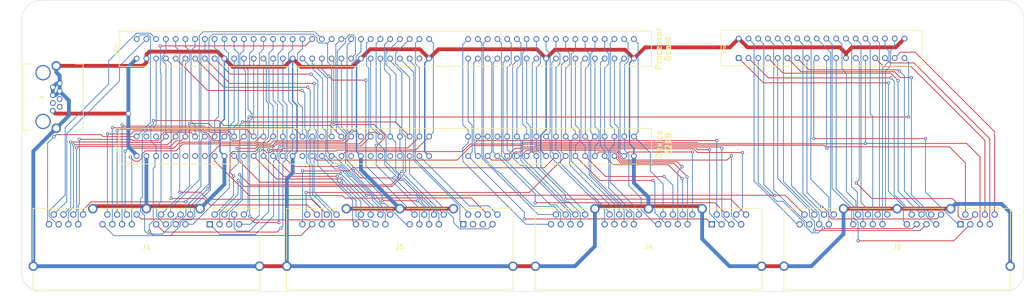
<source format=kicad_pcb>
(kicad_pcb (version 20240108) (generator "pcbnew") (generator_version "8.0")
  (title_block (title "HCP65 Board Tester") (date "2025-02-08") (rev "V0"))
  (layers (0 "F.Cu" signal) (31 "B.Cu" signal) (36 "B.SilkS" user "B.Silkscreen") (37 "F.SilkS" user "F.Silkscreen") (38 "B.Mask" user) (39 "F.Mask" user) (44 "Edge.Cuts" user))
  (net 0 "")
  (net 1 "/GND")
  (net 2 "/MPU1_{M}")
  (net 3 "/MPU0_{M}")
  (net 4 "/~{Main Access}_{M0}")
  (net 5 "/5V_{3}")
  (net 6 "/~{Select}_{Device}19")
  (net 7 "/~{Select}_{Device}18")
  (net 8 "/~{Select}_{Device}17")
  (net 9 "/~{Select}_{Device}7")
  (net 10 "/~{Select}_{Device}6")
  (net 11 "/~{Select}_{Device}5")
  (net 12 "/~{Select}_{Device}4")
  (net 13 "/D7_{M}")
  (net 14 "/~{Reset}")
  (net 15 "/5V_{2}")
  (net 16 "/5V_{1}")
  (net 18 "/D6_{M}")
  (net 19 "/D5_{M}")
  (net 20 "/D4_{M}")
  (net 21 "/D3_{M}")
  (net 22 "/D2_{M}")
  (net 23 "/D1_{M}")
  (net 24 "/CLK_{M0}")
  (net 25 "/D0_{M}")
  (net 26 "/~{RD}_{M}")
  (net 27 "/12V")
  (net 28 "/~{Select}_{Device}1")
  (net 29 "/~{Select}_{Device}2")
  (net 30 "/~{Select}_{Device}3")
  (net 31 "/~{WD}_{M}")
  (net 32 "/A5_{M}")
  (net 33 "/A4_{M}")
  (net 34 "/A3_{M}")
  (net 35 "/A2_{M}")
  (net 36 "/A1_{M}")
  (net 37 "/A0_{M}")
  (net 38 "/A23_{M}")
  (net 39 "/A22_{M}")
  (net 40 "/A21_{M}")
  (net 41 "/A20_{M}")
  (net 42 "/A19_{M}")
  (net 43 "/A18_{M}")
  (net 44 "/A17_{M}")
  (net 46 "/A16_{M}")
  (net 47 "/A15_{M}")
  (net 48 "/A14_{M}")
  (net 49 "/A13_{M}")
  (net 50 "/A12_{M}")
  (net 51 "/A11_{M}")
  (net 52 "/A10_{M}")
  (net 53 "/A9_{M}")
  (net 54 "/A8_{M}")
  (net 55 "/A7_{M}")
  (net 56 "/A6_{M}")
  (net 58 "/~{Memory Hi}_{ Device}")
  (net 59 "/~{Memory Lo}_{ Device}")
  (net 60 "/~{Select}_{Device}16")
  (net 61 "/~{Reset}_{Device}1")
  (net 62 "/~{Interrupt}_{Device}1")
  (net 63 "/~{Enable}_{Device}1")
  (net 64 "/~{Reset}_{Device}2")
  (net 65 "/~{Interrupt}_{Device}2")
  (net 66 "/~{Interrupt}_{Device}19")
  (net 67 "/~{Interrupt}_{Device}18")
  (net 68 "/~{Enable}_{Device}2")
  (net 69 "/~{Reset}_{Device}3")
  (net 70 "/~{Interrupt}_{Device}3")
  (net 71 "/~{Enable}_{Device}3")
  (net 72 "/~{Reset}_{Device}16")
  (net 73 "/~{Interrupt}_{Device}16")
  (net 74 "/~{Enable}_{Device}16")
  (net 75 "/~{Reset}_{Device}19")
  (net 76 "/~{Interrupt}_{Device}17")
  (net 77 "/~{Reset}_{Device}18")
  (net 78 "/~{Reset}_{Device}17")
  (net 79 "/~{Interrupt}_{Device}7")
  (net 80 "/~{Interrupt}_{Device}6")
  (net 81 "/~{Reset}_{Device}7")
  (net 82 "/~{Interrupt}_{Device}5")
  (net 83 "/~{Reset}_{Device}6")
  (net 84 "/H0_{D}")
  (net 85 "/H1_{D}")
  (net 86 "/H2_{D}")
  (net 87 "/D7_{D}")
  (net 88 "/D6_{D}")
  (net 89 "/D5_{D}")
  (net 90 "/D4_{D}")
  (net 91 "/D3_{D}")
  (net 92 "/D2_{D}")
  (net 93 "/D1_{D}")
  (net 94 "/D0_{D}")
  (net 95 "/~{WD}_{D}")
  (net 96 "/~{RD}_{D}")
  (net 97 "/CLK_{D}")
  (net 98 "/A16_{D}")
  (net 99 "/A0_{D}")
  (net 100 "/A1_{D}")
  (net 101 "/A2_{D}")
  (net 102 "/A3_{D}")
  (net 103 "/A4_{D}")
  (net 104 "/A5_{D}")
  (net 105 "/A6_{D}")
  (net 106 "/A7_{D}")
  (net 107 "/A8_{D}")
  (net 108 "/A9_{D}")
  (net 109 "/A10_{D}")
  (net 110 "/A11_{D}")
  (net 111 "/A12_{D}")
  (net 112 "/A13_{D}")
  (net 113 "/A14_{D}")
  (net 114 "/A15_{D}")
  (net 115 "/~{Interrupt}_{Device}4")
  (net 116 "/~{Reset}_{Device}5")
  (net 117 "/~{Reset}_{Device}4")
  (net 118 "/~{Enable}_{Device}19")
  (net 119 "/~{Enable}_{Device}5")
  (net 120 "/~{Enable}_{Device}18")
  (net 121 "/~{Enable}_{Device}4")
  (net 122 "/~{Enable}_{Device}17")
  (net 123 "/~{Enable}_{Device}7")
  (net 124 "/~{Enable}_{Device}6")
  (net 125 "/~{CLK}_{D}")
  (net 126 "/~{Main} MPU")
  (net 127 "/~{NMI}_{1}")
  (net 128 "/~{NMI}_{2}")
  (net 129 "/~{ABORT}")
  (net 130 "/Native Latch")
  (net 131 "/~{Device}")
  (net 132 "/Kernal")
  (net 133 "/~{Main}3")
  (footprint "SamacSys_Parts:255308437" (layer "F.Cu") (at 156.845 4.953 90)
    (property "Reference" "MPD0")
    (property "Value" "2-5530843-7" (hide yes))
  )
  (footprint "SamacSys_Parts:63391672" (layer "F.Cu") (at 85.09 48.26)
    (property "Reference" "J5")
    (property "Value" "6339167-2" (hide yes))
  )
  (footprint "SamacSys_Parts:63391672" (layer "F.Cu") (at 214.63 48.26)
    (property "Reference" "J6")
    (property "Value" "6339167-2" (hide yes))
  )
  (footprint "SamacSys_Parts:63391672" (layer "F.Cu") (at 19.05 48.26)
    (property "Reference" "J1")
    (property "Value" "6339167-2" (hide yes))
  )
  (footprint "SamacSys_Parts:1-406541-1_1" (layer "F.Cu") (at -29.665 6.48 -90)
    (property "Reference" "J2")
    (property "Value" "1-406541-1" (hide yes))
  )
  (footprint "SamacSys_Parts:395098520350" (layer "F.Cu") (at 0 30.48 90)
    (property "Reference" "DEV3")
    (property "Value" "395-098-520-350" (hide yes))
  )
  (footprint "SamacSys_Parts:395098520350" (layer "F.Cu") (at 0 5.08 90)
    (property "Reference" "MPU0")
    (property "Value" "395-098-520-350" (hide yes))
  )
  (footprint "SamacSys_Parts:63391672" (layer "F.Cu") (at 149.86 48.26)
    (property "Reference" "J4")
    (property "Value" "6339167-2" (hide yes))
  )
  (gr_line (start 140.335 3.81) (end 150.749 3.81) (stroke (width 0.15)) (layer "F.SilkS"))
  (gr_line (start 140.335 1.27) (end 150.749 1.27) (stroke (width 0.15)) (layer "F.SilkS"))
  (gr_arc (start 226.06 -10.12) (mid 229.652102 -8.632102) (end 231.14 -5.04) (stroke (width 0.1)) (layer "Edge.Cuts"))
  (gr_line (start 226.059999 65.786001) (end -24.892 65.786) (stroke (width 0.1)) (layer "Edge.Cuts"))
  (gr_line (start 231.139999 60.706001) (end 231.14 -5.04) (stroke (width 0.1)) (layer "Edge.Cuts"))
  (gr_line (start 226.06 -10.12) (end -24.891998 -10.12) (stroke (width 0.1)) (layer "Edge.Cuts"))
  (gr_line (start -29.972 60.706) (end -29.971998 -5.04) (stroke (width 0.1)) (layer "Edge.Cuts"))
  (gr_arc (start 231.139999 60.706001) (mid 229.652101 64.298102) (end 226.059999 65.786001) (stroke (width 0.1)) (layer "Edge.Cuts"))
  (gr_arc (start -24.892 65.786) (mid -28.484102 64.298102) (end -29.972 60.706) (stroke (width 0.1)) (layer "Edge.Cuts"))
  (gr_arc (start -29.971998 -5.04) (mid -28.4841 -8.632102) (end -24.891998 -10.12) (stroke (width 0.1)) (layer "Edge.Cuts"))
  (gr_text "Device\n32KB" (at 135.255 27.305 90) (layer "F.SilkS") (effects (font (size 1.5 1.5) (thickness 0.3) (bold yes)) (justify top)))
  (gr_text "Processor\nBoard" (at 135.11 2.54 90) (layer "F.SilkS") (effects (font (size 1.5 1.5) (thickness 0.3) (bold yes)) (justify top)))
  (segment (start -20.955 6.985) (end 1.651 6.985) (width 1) (layer "F.Cu") (net 1))
  (segment (start 78.613 2.667) (end 76.2 5.08) (width 1) (layer "F.Cu") (net 1))
  (segment (start 22.86 5.08) (end 21.054196 3.274196) (width 1) (layer "F.Cu") (net 1))
  (segment (start 3.179 43.561) (end 15.871 43.561) (width 1) (layer "F.Cu") (net 1))
  (segment (start 15.871 43.561) (end 16.51 44.2) (width 1) (layer "F.Cu") (net 1))
  (segment (start 147.32 44.2) (end 146.681 43.561) (width 1) (layer "F.Cu") (net 1))
  (segment (start 1.901 43.561) (end -10.791 43.561) (width 1) (layer "F.Cu") (net 1))
  (segment (start 2.54 4.064) (end 2.54 5.08) (width 1) (layer "F.Cu") (net 1))
  (segment (start 58.42 5.08) (end 56.261 7.239) (width 1) (layer "F.Cu") (net 1))
  (segment (start 212.09 44.2) (end 198.12 44.2) (width 1) (layer "F.Cu") (net 1))
  (segment (start 133.989 43.561) (end 133.35 44.2) (width 1) (layer "F.Cu") (net 1))
  (segment (start 106.68 5.08) (end 104.267 2.667) (width 1) (layer "F.Cu") (net 1))
  (segment (start 154.554 2.164) (end 156.845 -0.127) (width 1) (layer "F.Cu") (net 1))
  (segment (start 25.019 7.239) (end 22.86 5.08) (width 1) (layer "F.Cu") (net 1))
  (segment (start 159.131 2.159) (end 183.2153 2.159) (width 1) (layer "F.Cu") (net 1))
  (segment (start 42.799 7.239) (end 40.64 5.08) (width 1) (layer "F.Cu") (net 1))
  (segment (start 184.785 3.7287) (end 184.785 4.953) (width 1) (layer "F.Cu") (net 1))
  (segment (start 159.131 2.159) (end 156.845 -0.127) (width 1) (layer "F.Cu") (net 1))
  (segment (start 200.025 -0.127) (end 197.739 2.159) (width 1) (layer "F.Cu") (net 1))
  (segment (start 82.55 44.2) (end 68.58 44.2) (width 1) (layer "F.Cu") (net 1))
  (segment (start 21.054196 3.274196) (end 3.329804 3.274196) (width 1) (layer "F.Cu") (net 1))
  (segment (start 103.89 59.18) (end 98.04 59.18) (width 1) (layer "F.Cu") (net 1))
  (segment (start 73.787 2.667) (end 60.833 2.667) (width 1) (layer "F.Cu") (net 1))
  (segment (start 2.54 44.2) (end 1.901 43.561) (width 1) (layer "F.Cu") (net 1))
  (segment (start 2.54 6.096) (end 2.54 5.08) (width 1) (layer "F.Cu") (net 1))
  (segment (start 76.2 5.08) (end 73.787 2.667) (width 1) (layer "F.Cu") (net 1))
  (segment (start 132.456 2.164) (end 154.554 2.164) (width 1) (layer "F.Cu") (net 1))
  (segment (start 132.456 2.164) (end 129.54 5.08) (width 1) (layer "F.Cu") (net 1))
  (segment (start 1.651 6.985) (end 2.54 6.096) (width 1) (layer "F.Cu") (net 1))
  (segment (start 184.15 44.2) (end 198.12 44.2) (width 1) (layer "F.Cu") (net 1))
  (segment (start 120.019 43.561) (end 119.38 44.2) (width 1) (layer "F.Cu") (net 1))
  (segment (start 38.481 7.239) (end 25.019 7.239) (width 1) (layer "F.Cu") (net 1))
  (segment (start 127.254 2.794) (end 108.966 2.794) (width 1) (layer "F.Cu") (net 1))
  (segment (start 197.739 2.159) (end 186.3547 2.159) (width 1) (layer "F.Cu") (net 1))
  (segment (start 132.711 43.561) (end 120.019 43.561) (width 1) (layer "F.Cu") (net 1))
  (segment (start 60.833 2.667) (end 58.42 5.08) (width 1) (layer "F.Cu") (net 1))
  (segment (start 104.267 2.667) (end 78.613 2.667) (width 1) (layer "F.Cu") (net 1))
  (segment (start 162.81 59.18) (end 168.66 59.18) (width 1) (layer "F.Cu") (net 1))
  (segment (start 129.54 5.08) (end 127.254 2.794) (width 1) (layer "F.Cu") (net 1))
  (segment (start 40.64 5.08) (end 38.481 7.239) (width 1) (layer "F.Cu") (net 1))
  (segment (start 186.3547 2.159) (end 184.785 3.7287) (width 1) (layer "F.Cu") (net 1))
  (segment (start 184.785 3.7287) (end 183.2153 2.159) (width 1) (layer "F.Cu") (net 1))
  (segment (start 2.54 44.2) (end 3.179 43.561) (width 1) (layer "F.Cu") (net 1))
  (segment (start 56.261 7.239) (end 42.799 7.239) (width 1) (layer "F.Cu") (net 1))
  (segment (start 146.681 43.561) (end 133.989 43.561) (width 1) (layer "F.Cu") (net 1))
  (segment (start 133.35 44.2) (end 132.711 43.561) (width 1) (layer "F.Cu") (net 1))
  (segment (start 68.58 44.2) (end 54.61 44.2) (width 1) (layer "F.Cu") (net 1))
  (segment (start -10.791 43.561) (end -11.43 44.2) (width 1) (layer "F.Cu") (net 1))
  (segment (start 106.68 5.08) (end 108.966 2.794) (width 1) (layer "F.Cu") (net 1))
  (segment (start 32 59.18) (end 39.12 59.18) (width 1) (layer "F.Cu") (net 1))
  (segment (start 3.329804 3.274196) (end 2.54 4.064) (width 1) (layer "F.Cu") (net 1))
  (segment (start 227.58 45.208) (end 227.58 59.18) (width 1) (layer "B.Cu") (net 1))
  (segment (start 106.68 23.6733) (end 105.283 25.0703) (width 0.38) (layer "B.Cu") (net 1))
  (segment (start 21.7136 22.0014) (end 22.86 20.855) (width 0.38) (layer "B.Cu") (net 1))
  (segment (start 75.0556 29.3356) (end 75.0556 6.2244) (width 0.38) (layer "B.Cu") (net 1))
  (segment (start 22.86 37.85) (end 16.51 44.2) (width 1) (layer "B.Cu") (net 1))
  (segment (start -21.845 14.615) (end -21.845 12.575) (width 1) (layer "B.Cu") (net 1))
  (segment (start -17.653 16.007) (end -20.065 13.595) (width 1) (layer "B.Cu") (net 1))
  (segment (start 114.175 59.18) (end 119.38 53.975) (width 1) (layer "B.Cu") (net 1))
  (segment (start 119.38 53.975) (end 119.38 44.2) (width 1) (layer "B.Cu") (net 1))
  (segment (start -20.955 23.245) (end -17.653 19.943) (width 1) (layer "B.Cu") (net 1))
  (segment (start 103.89 59.18) (end 114.175 59.18) (width 1) (layer "B.Cu") (net 1))
  (segment (start -21.845 12.575) (end -20.825 11.555) (width 1) (layer "B.Cu") (net 1))
  (segment (start 58.42 34.04) (end 58.42 30.48) (width 1) (layer "B.Cu") (net 1))
  (segment (start 40.64 5.08) (end 40.64 16.1303) (width 0.38) (layer "B.Cu") (net 1))
  (segment (start 2.54 30.48) (end 2.54 44.2) (width 1) (layer "B.Cu") (net 1))
  (segment (start 40.64 30.48) (end 40.64 34.877238) (width 1) (layer "B.Cu") (net 1))
  (segment (start 175.77 59.18) (end 184.15 50.8) (width 1) (layer "B.Cu") (net 1))
  (segment (start 57.2705 29.3305) (end 57.2705 6.2295) (width 0.38) (layer "B.Cu") (net 1))
  (segment (start 129.54 37.465) (end 133.35 41.275) (width 1) (layer "B.Cu") (net 1))
  (segment (start 128.3956 27.305) (end 128.3956 6.2244) (width 0.38) (layer "B.Cu") (net 1))
  (segment (start -20.955 6.985) (end -20.955 8.635) (width 1) (layer "B.Cu") (net 1))
  (segment (start -17.653 19.943) (end -17.653 16.007) (width 1) (layer "B.Cu") (net 1))
  (segment (start -26.92 29.21) (end -20.955 23.245) (width 1) (layer "B.Cu") (net 1))
  (segment (start -20.065 11.555) (end -20.065 9.525) (width 1) (layer "B.Cu") (net 1))
  (segment (start -20.065 13.605604) (end -21.074396 14.615) (width 1) (layer "B.Cu") (net 1))
  (segment (start 129.54 28.4494) (end 128.3956 27.305) (width 0.38) (layer "B.Cu") (net 1))
  (segment (start 22.86 20.855) (end 22.86 5.08) (width 0.38) (layer "B.Cu") (net 1))
  (segment (start 105.283 25.0703) (end 105.283 29.083) (width 0.38) (layer "B.Cu") (net 1))
  (segment (start -20.825 11.555) (end -20.065 11.555) (width 1) (layer "B.Cu") (net 1))
  (segment (start 22.86 30.48) (end 21.7136 29.3336) (width 0.38) (layer "B.Cu") (net 1))
  (segment (start 225.3345 42.9625) (end 227.58 45.208) (width 1) (layer "B.Cu") (net 1))
  (segment (start 184.15 50.8) (end 184.15 44.2) (width 1) (layer "B.Cu") (net 1))
  (segment (start 212.09 44.2) (end 213.3275 42.9625) (width 1) (layer "B.Cu") (net 1))
  (segment (start 129.54 30.48) (end 129.54 28.4494) (width 0.38) (layer "B.Cu") (net 1))
  (segment (start 147.32 44.2) (end 147.32 52.07) (width 1) (layer "B.Cu") (net 1))
  (segment (start -20.065 13.595) (end -20.065 11.555) (width 1) (layer "B.Cu") (net 1))
  (segment (start -20.955 8.635) (end -20.065 9.525) (width 1) (layer "B.Cu") (net 1))
  (segment (start 58.42 30.48) (end 57.2705 29.3305) (width 0.38) (layer "B.Cu") (net 1))
  (segment (start -26.92 59.18) (end -26.92 29.21) (width 1) (layer "B.Cu") (net 1))
  (segment (start 40.64 34.877238) (end 39.12 36.397238) (width 1) (layer "B.Cu") (net 1))
  (segment (start 106.68 5.08) (end 106.68 23.6733) (width 0.38) (layer "B.Cu") (net 1))
  (segment (start 68.58 44.2) (end 58.42 34.04) (width 1) (layer "B.Cu") (net 1))
  (segment (start 32 59.18) (end -26.92 59.18) (width 1) (layer "B.Cu") (net 1))
  (segment (start -21.074396 14.615) (end -21.845 14.615) (width 1) (layer "B.Cu") (net 1))
  (segment (start 21.7136 29.3336) (end 21.7136 22.0014) (width 0.38) (layer "B.Cu") (net 1))
  (segment (start 76.2 30.48) (end 75.0556 29.3356) (width 0.38) (layer "B.Cu") (net 1))
  (segment (start 98.04 59.18) (end 39.12 59.18) (width 1) (layer "B.Cu") (net 1))
  (segment (start 41.7817 17.272) (end 41.7817 29.3383) (width 0.38) (layer "B.Cu") (net 1))
  (segment (start 154.43 59.18) (end 162.81 59.18) (width 1) (layer "B.Cu") (net 1))
  (segment (start 133.35 41.275) (end 133.35 44.2) (width 1) (layer "B.Cu") (net 1))
  (segment (start 40.64 16.1303) (end 41.7817 17.272) (width 0.38) (layer "B.Cu") (net 1))
  (segment (start 75.0556 6.2244) (end 76.2 5.08) (width 0.38) (layer "B.Cu") (net 1))
  (segment (start 128.3956 6.2244) (end 129.54 5.08) (width 0.38) (layer "B.Cu") (net 1))
  (segment (start 105.283 29.083) (end 106.68 30.48) (width 0.38) (layer "B.Cu") (net 1))
  (segment (start 147.32 52.07) (end 154.43 59.18) (width 1) (layer "B.Cu") (net 1))
  (segment (start 39.12 36.397238) (end 39.12 59.18) (width 1) (layer "B.Cu") (net 1))
  (segment (start 22.86 30.48) (end 22.86 37.85) (width 1) (layer "B.Cu") (net 1))
  (segment (start 168.66 59.18) (end 175.77 59.18) (width 1) (layer "B.Cu") (net 1))
  (segment (start 41.7817 29.3383) (end 40.64 30.48) (width 0.38) (layer "B.Cu") (net 1))
  (segment (start 129.54 30.48) (end 129.54 37.465) (width 1) (layer "B.Cu") (net 1))
  (segment (start 57.2705 6.2295) (end 58.42 5.08) (width 0.38) (layer "B.Cu") (net 1))
  (segment (start 213.3275 42.9625) (end 225.3345 42.9625) (width 1) (layer "B.Cu") (net 1))
  (segment (start 15.24 5.08) (end 22.733 12.573) (width 0.2) (layer "F.Cu") (net 2))
  (segment (start 22.733 12.573) (end 44.577 12.573) (width 0.2) (layer "F.Cu") (net 2))
  (via (at 44.577 12.573) (size 0.8) (drill 0.4) (layers "F.Cu" "B.Cu") (net 2))
  (segment (start 44.67 24.037) (end 45.212 23.495) (width 0.2) (layer "B.Cu") (net 2))
  (segment (start 45.212 26.376925) (end 44.67 25.834925) (width 0.2) (layer "B.Cu") (net 2))
  (segment (start 45.212 31.456925) (end 44.67 30.914925) (width 0.2) (layer "B.Cu") (net 2))
  (segment (start 44.67 30.045075) (end 45.212 29.503075) (width 0.2) (layer "B.Cu") (net 2))
  (segment (start 45.212 32.2775) (end 45.212 31.456925) (width 0.2) (layer "B.Cu") (net 2))
  (segment (start 50.8 48.26) (end 50.8 45.3965) (width 0.2) (layer "B.Cu") (net 2))
  (segment (start 45.212 29.503075) (end 45.212 26.376925) (width 0.2) (layer "B.Cu") (net 2))
  (segment (start 44.67 30.914925) (end 44.67 30.045075) (width 0.2) (layer "B.Cu") (net 2))
  (segment (start 50.8 45.3965) (end 45.7608 40.3573) (width 0.2) (layer "B.Cu") (net 2))
  (segment (start 45.7608 40.3573) (end 45.7608 32.8263) (width 0.2) (layer "B.Cu") (net 2))
  (segment (start 45.7608 32.8263) (end 45.212 32.2775) (width 0.2) (layer "B.Cu") (net 2))
  (segment (start 45.212 13.208) (end 44.577 12.573) (width 0.2) (layer "B.Cu") (net 2))
  (segment (start 44.67 25.834925) (end 44.67 24.037) (width 0.2) (layer "B.Cu") (net 2))
  (segment (start 45.212 23.495) (end 45.212 13.208) (width 0.2) (layer "B.Cu") (net 2))
  (segment (start 17.78 5.08) (end 24.257 11.557) (width 0.2) (layer "F.Cu") (net 3))
  (segment (start 24.257 11.557) (end 46.228 11.557) (width 0.2) (layer "F.Cu") (net 3))
  (via (at 46.228 11.557) (size 0.8) (drill 0.4) (layers "F.Cu" "B.Cu") (net 3))
  (segment (start 46.228 26.376925) (end 46.77 25.834925) (width 0.2) (layer "B.Cu") (net 3))
  (segment (start 46.77 30.045075) (end 46.228 29.503075) (width 0.2) (layer "B.Cu") (net 3))
  (segment (start 52.07 45.72) (end 46.228 39.878) (width 0.2) (layer "B.Cu") (net 3))
  (segment (start 46.228 29.503075) (end 46.228 26.376925) (width 0.2) (layer "B.Cu") (net 3))
  (segment (start 46.77 30.914925) (end 46.77 30.045075) (width 0.2) (layer "B.Cu") (net 3))
  (segment (start 46.77 23.91) (end 46.228 23.368) (width 0.2) (layer "B.Cu") (net 3))
  (segment (start 46.228 31.456925) (end 46.77 30.914925) (width 0.2) (layer "B.Cu") (net 3))
  (segment (start 46.228 39.878) (end 46.228 31.456925) (width 0.2) (layer "B.Cu") (net 3))
  (segment (start 46.228 23.368) (end 46.228 11.557) (width 0.2) (layer "B.Cu") (net 3))
  (segment (start 46.77 25.834925) (end 46.77 23.91) (width 0.2) (layer "B.Cu") (net 3))
  (segment (start 32.2258 37.3058) (end 53.3519 37.3058) (width 0.2) (layer "F.Cu") (net 4))
  (segment (start 25.4 30.48) (end 32.2258 37.3058) (width 0.2) (layer "F.Cu") (net 4))
  (via (at 53.3519 37.3058) (size 0.8) (drill 0.4) (layers "F.Cu" "B.Cu") (net 4))
  (segment (start 25.4 30.48) (end 24.33 29.41) (width 0.2) (layer "B.Cu") (net 4))
  (segment (start 58.42 42.3739) (end 53.3519 37.3058) (width 0.2) (layer "B.Cu") (net 4))
  (segment (start 25.4 21.409) (end 24.33 22.479) (width 0.2) (layer "B.Cu") (net 4))
  (segment (start 25.4 5.08) (end 25.4 21.409) (width 0.2) (layer "B.Cu") (net 4))
  (segment (start 58.42 45.72) (end 58.42 42.3739) (width 0.2) (layer "B.Cu") (net 4))
  (segment (start 24.33 29.41) (end 24.33 22.479) (width 0.2) (layer "B.Cu") (net 4))
  (segment (start 51.2828 32.4857) (end 49.3117 30.5146) (width 0.2) (layer "B.Cu") (net 6))
  (segment (start 53.4084 32.8968) (end 52.9973 32.4857) (width 0.2) (layer "B.Cu") (net 6))
  (segment (start 56.2468 35.389) (end 55.8881 35.389) (width 0.2) (layer "B.Cu") (net 6))
  (segment (start 49.3117 30.5146) (end 49.3117 24.003) (width 0.2) (layer "B.Cu") (net 6))
  (segment (start 48.4505 23.1418) (end 49.3117 24.003) (width 0.2) (layer "B.Cu") (net 6))
  (segment (start 52.9973 32.4857) (end 51.2828 32.4857) (width 0.2) (layer "B.Cu") (net 6))
  (segment (start 53.4084 32.9093) (end 53.4084 32.8968) (width 0.2) (layer "B.Cu") (net 6))
  (segment (start 61.7982 41.5084) (end 61.7982 40.9404) (width 0.2) (layer "B.Cu") (net 6))
  (segment (start 48.4505 10.3505) (end 43.18 5.08) (width 0.2) (layer "B.Cu") (net 6))
  (segment (start 48.4505 10.3505) (end 48.4505 23.1418) (width 0.2) (layer "B.Cu") (net 6))
  (segment (start 61.7982 40.9404) (end 56.2468 35.389) (width 0.2) (layer "B.Cu") (net 6))
  (segment (start 66.0098 45.72) (end 61.7982 41.5084) (width 0.2) (layer "B.Cu") (net 6))
  (segment (start 55.8881 35.389) (end 53.4084 32.9093) (width 0.2) (layer "B.Cu") (net 6))
  (segment (start 63.6809 42.8231) (end 63.2695 42.4117) (width 0.2) (layer "B.Cu") (net 7))
  (segment (start 56.4131 34.9873) (end 56.0669 34.9873) (width 0.2) (layer "B.Cu") (net 7))
  (segment (start 63.2695 42.4117) (end 63.2695 41.8437) (width 0.2) (layer "B.Cu") (net 7))
  (segment (start 51.5596 30.48) (end 50.8 30.48) (width 0.2) (layer "B.Cu") (net 7))
  (segment (start 56.0669 34.9873) (end 51.5596 30.48) (width 0.2) (layer "B.Cu") (net 7))
  (segment (start 71.12 48.26) (end 70.1735 48.26) (width 0.2) (layer "B.Cu") (net 7))
  (segment (start 70.1735 48.26) (end 64.7366 42.8231) (width 0.2) (layer "B.Cu") (net 7))
  (segment (start 49.7148 10.2976) (end 49.7148 29.3948) (width 0.2) (layer "B.Cu") (net 7))
  (segment (start 63.2695 41.8437) (end 56.4131 34.9873) (width 0.2) (layer "B.Cu") (net 7))
  (segment (start 49.7148 29.3948) (end 50.8 30.48) (width 0.2) (layer "B.Cu") (net 7))
  (segment (start 64.7366 42.8231) (end 63.6809 42.8231) (width 0.2) (layer "B.Cu") (net 7))
  (segment (start 45.72 5.08) (end 45.72 6.3028) (width 0.2) (layer "B.Cu") (net 7))
  (segment (start 45.72 6.3028) (end 49.7148 10.2976) (width 0.2) (layer "B.Cu") (net 7))
  (segment (start 50.0785 9.6691) (end 51.1169 10.7075) (width 0.2) (layer "F.Cu") (net 8))
  (segment (start 51.1169 10.7075) (end 59.7051 10.7075) (width 0.2) (layer "F.Cu") (net 8))
  (via (at 50.0785 9.6691) (size 0.8) (drill 0.4) (layers "F.Cu" "B.Cu") (net 8))
  (via (at 59.7051 10.7075) (size 0.8) (drill 0.4) (layers "F.Cu" "B.Cu") (net 8))
  (segment (start 48.26 5.08) (end 48.26 7.8506) (width 0.2) (layer "B.Cu") (net 8))
  (segment (start 59.7051 33.0351) (end 59.7051 10.7075) (width 0.2) (layer "B.Cu") (net 8))
  (segment (start 72.39 45.72) (end 59.7051 33.0351) (width 0.2) (layer "B.Cu") (net 8))
  (segment (start 48.26 7.8506) (end 50.0785 9.6691) (width 0.2) (layer "B.Cu") (net 8))
  (segment (start 73.2064 42.1212) (end 63.973 42.1212) (width 0.2) (layer "F.Cu") (net 9))
  (via (at 73.2064 42.1212) (size 0.8) (drill 0.4) (layers "F.Cu" "B.Cu") (net 9))
  (via (at 63.973 42.1212) (size 0.8) (drill 0.4) (layers "F.Cu" "B.Cu") (net 9))
  (segment (start 53.34 22.9219) (end 53.34 5.08) (width 0.2) (layer "B.Cu") (net 9))
  (segment (start 63.973 40.8244) (end 54.8016 31.653) (width 0.2) (layer "B.Cu") (net 9))
  (segment (start 74.93 45.72) (end 74.93 43.8448) (width 0.2) (layer "B.Cu") (net 9))
  (segment (start 63.973 42.1212) (end 63.973 40.8244) (width 0.2) (layer "B.Cu") (net 9))
  (segment (start 54.8016 31.653) (end 54.8016 24.3835) (width 0.2) (layer "B.Cu") (net 9))
  (segment (start 54.8016 24.3835) (end 53.34 22.9219) (width 0.2) (layer "B.Cu") (net 9))
  (segment (start 74.93 43.8448) (end 73.2064 42.1212) (width 0.2) (layer "B.Cu") (net 9))
  (segment (start 67.0181 36.1841) (end 58.3404 36.1841) (width 0.2) (layer "F.Cu") (net 10))
  (segment (start 58.3404 36.1841) (end 56.4418 34.2855) (width 0.2) (layer "F.Cu") (net 10))
  (via (at 67.0181 36.1841) (size 0.8) (drill 0.4) (layers "F.Cu" "B.Cu") (net 10))
  (via (at 56.4418 34.2855) (size 0.8) (drill 0.4) (layers "F.Cu" "B.Cu") (net 10))
  (segment (start 76.2 44.5262) (end 76.2 48.26) (width 0.2) (layer "B.Cu") (net 10))
  (segment (start 56.979 3.981) (end 56.979 -0.4503) (width 0.2) (layer "B.Cu") (net 10))
  (segment (start 74.2919 42.2143) (end 74.2919 42.6181) (width 0.2) (layer "B.Cu") (net 10))
  (segment (start 52.285 3.0877) (end 52.285 21.6729) (width 0.2) (layer "B.Cu") (net 10))
  (segment (start 54.3999 32.2436) (end 56.4418 34.2855) (width 0.2) (layer "B.Cu") (net 10))
  (segment (start 52.285 21.6729) (end 52.4451 21.833) (width 0.2) (layer "B.Cu") (net 10))
  (segment (start 54.4281 -0.1217) (end 54.4281 0.9446) (width 0.2) (layer "B.Cu") (net 10))
  (segment (start 54.4281 0.9446) (end 52.285 3.0877) (width 0.2) (layer "B.Cu") (net 10))
  (segment (start 54.3999 24.75) (end 54.3999 32.2436) (width 0.2) (layer "B.Cu") (net 10))
  (segment (start 71.4994 40.6654) (end 72.743 40.6654) (width 0.2) (layer "B.Cu") (net 10))
  (segment (start 56.979 -0.4503) (end 56.3271 -1.1022) (width 0.2) (layer "B.Cu") (net 10))
  (segment (start 52.4451 22.7952) (end 54.3999 24.75) (width 0.2) (layer "B.Cu") (net 10))
  (segment (start 67.0181 36.1841) (end 71.4994 40.6654) (width 0.2) (layer "B.Cu") (net 10))
  (segment (start 55.88 5.08) (end 56.979 3.981) (width 0.2) (layer "B.Cu") (net 10))
  (segment (start 55.4086 -1.1022) (end 54.4281 -0.1217) (width 0.2) (layer "B.Cu") (net 10))
  (segment (start 52.4451 21.833) (end 52.4451 22.7952) (width 0.2) (layer "B.Cu") (net 10))
  (segment (start 56.3271 -1.1022) (end 55.4086 -1.1022) (width 0.2) (layer "B.Cu") (net 10))
  (segment (start 74.2919 42.6181) (end 76.2 44.5262) (width 0.2) (layer "B.Cu") (net 10))
  (segment (start 72.743 40.6654) (end 74.2919 42.2143) (width 0.2) (layer "B.Cu") (net 10))
  (segment (start 77.47 44.8244) (end 69.476936 36.831336) (width 0.2) (layer "B.Cu") (net 11))
  (segment (start 60.96 22.9308) (end 60.96 5.08) (width 0.2) (layer "B.Cu") (net 11))
  (segment (start 67.796674 36.157683) (end 67.796674 35.91463) (width 0.2) (layer "B.Cu") (net 11))
  (segment (start 62.3932 24.364) (end 60.96 22.9308) (width 0.2) (layer "B.Cu") (net 11))
  (segment (start 69.476936 36.831336) (end 68.470327 36.831336) (width 0.2) (layer "B.Cu") (net 11))
  (segment (start 64.5866 32.704556) (end 64.5866 28.8502) (width 0.2) (layer "B.Cu") (net 11))
  (segment (start 64.5866 28.8502) (end 62.3932 26.6568) (width 0.2) (layer "B.Cu") (net 11))
  (segment (start 68.470327 36.831336) (end 67.796674 36.157683) (width 0.2) (layer "B.Cu") (net 11))
  (segment (start 77.47 45.72) (end 77.47 44.8244) (width 0.2) (layer "B.Cu") (net 11))
  (segment (start 62.3932 26.6568) (end 62.3932 24.364) (width 0.2) (layer "B.Cu") (net 11))
  (segment (start 67.796674 35.91463) (end 64.5866 32.704556) (width 0.2) (layer "B.Cu") (net 11))
  (segment (start 68.636013 36.431336) (end 69.774836 36.431336) (width 0.2) (layer "B.Cu") (net 12))
  (segment (start 68.196674 35.991997) (end 68.636013 36.431336) (width 0.2) (layer "B.Cu") (net 12))
  (segment (start 63.5 23.4712) (end 64.9883 24.9595) (width 0.2) (layer "B.Cu") (net 12))
  (segment (start 69.774836 36.431336) (end 78.74 45.3965) (width 0.2) (layer "B.Cu") (net 12))
  (segment (start 68.196674 35.497022) (end 68.196674 35.991997) (width 0.2) (layer "B.Cu") (net 12))
  (segment (start 63.5 5.08) (end 63.5 23.4712) (width 0.2) (layer "B.Cu") (net 12))
  (segment (start 67.0919 34.149195) (end 67.0919 34.392248) (width 0.2) (layer "B.Cu") (net 12))
  (segment (start 64.9883 32.045595) (end 67.0919 34.149195) (width 0.2) (layer "B.Cu") (net 12))
  (segment (start 64.9883 24.9595) (end 64.9883 32.045595) (width 0.2) (layer "B.Cu") (net 12))
  (segment (start 67.0919 34.392248) (end 68.196674 35.497022) (width 0.2) (layer "B.Cu") (net 12))
  (segment (start 78.74 45.3965) (end 78.74 48.26) (width 0.2) (layer "B.Cu") (net 12))
  (segment (start 149.86 48.26) (end 148.4719 46.8719) (width 0.2) (layer "F.Cu") (net 13))
  (segment (start 148.4719 46.8719) (end 101.0048 46.8719) (width 0.2) (layer "F.Cu") (net 13))
  (via (at 101.0048 46.8719) (size 0.8) (drill 0.4) (layers "F.Cu" "B.Cu") (net 13))
  (segment (start 87.4125 22.479) (end 87.4125 29.4275) (width 0.2) (layer "B.Cu") (net 13))
  (segment (start 86.36 30.48) (end 101.0048 45.1248) (width 0.2) (layer "B.Cu") (net 13))
  (segment (start 86.36 21.4265) (end 87.4125 22.479) (width 0.2) (layer "B.Cu") (net 13))
  (segment (start 86.36 5.08) (end 86.36 21.4265) (width 0.2) (layer "B.Cu") (net 13))
  (segment (start 87.4125 29.4275) (end 86.36 30.48) (width 0.2) (layer "B.Cu") (net 13))
  (segment (start 101.0048 45.1248) (end 101.0048 46.8719) (width 0.2) (layer "B.Cu") (net 13))
  (segment (start -8.7068 25.4242) (end -9.230574 24.900426) (width 0.2) (layer "F.Cu") (net 14))
  (segment (start -9.230574 24.900426) (end -20.98408 24.900426) (width 0.2) (layer "F.Cu") (net 14))
  (segment (start -0.0242 25.4242) (end -8.7068 25.4242) (width 0.2) (layer "F.Cu") (net 14))
  (segment (start -20.98408 24.900426) (end -21.55758 25.473926) (width 0.2) (layer "F.Cu") (net 14))
  (via (at -21.55758 25.473926) (size 0.8) (drill 0.4) (layers "F.Cu" "B.Cu") (net 14))
  (segment (start 3.5951 -0.497) (end 3.5951 21.8049) (width 0.2) (layer "B.Cu") (net 14))
  (segment (start 3.5951 21.8049) (end 0 25.4) (width 0.2) (layer "B.Cu") (net 14))
  (segment (start -23.2115 47.9085) (end -23.2115 27.127846) (width 0.2) (layer "B.Cu") (net 14))
  (segment (start 3.0063 -1.0858) (end 3.5951 -0.497) (width 0.2) (layer "B.Cu") (net 14))
  (segment (start -23.2115 27.127846) (end -21.55758 25.473926) (width 0.2) (layer "B.Cu") (net 14))
  (segment (start 1.0858 -1.0858) (end 3.0063 -1.0858) (width 0.2) (layer "B.Cu") (net 14))
  (segment (start 0 0) (end 1.0858 -1.0858) (width 0.2) (layer "B.Cu") (net 14))
  (segment (start 88.2335 26.4588) (end 151.13 26.4588) (width 0.2) (layer "F.Cu") (net 18))
  (segment (start 88.1143 26.578) (end 88.2335 26.4588) (width 0.2) (layer "F.Cu") (net 18))
  (via (at 151.13 26.4588) (size 0.8) (drill 0.4) (layers "F.Cu" "B.Cu") (net 18))
  (via (at 88.1143 26.578) (size 0.8) (drill 0.4) (layers "F.Cu" "B.Cu") (net 18))
  (segment (start 87.8142 6.1658) (end 87.8142 26.2779) (width 0.2) (layer "B.Cu") (net 18))
  (segment (start 88.1143 29.6943) (end 88.1143 26.578) (width 0.2) (layer "B.Cu") (net 18))
  (segment (start 87.8142 26.2779) (end 88.1143 26.578) (width 0.2) (layer "B.Cu") (net 18))
  (segment (start 88.9 5.08) (end 87.8142 6.1658) (width 0.2) (layer "B.Cu") (net 18))
  (segment (start 151.13 26.4588) (end 151.13 45.72) (width 0.2) (layer "B.Cu") (net 18))
  (segment (start 88.9 30.48) (end 88.1143 29.6943) (width 0.2) (layer "B.Cu") (net 18))
  (segment (start 98.6205 29.4283) (end 97.6614 30.3874) (width 0.2) (layer "F.Cu") (net 19))
  (segment (start 145.4465 28.1752) (end 125.630257 28.1752) (width 0.2) (layer "F.Cu") (net 19))
  (segment (start 100.0366 29.4283) (end 98.6205 29.4283) (width 0.2) (layer "F.Cu") (net 19))
  (segment (start 96.9528 31.5346) (end 92.4946 31.5346) (width 0.2) (layer "F.Cu") (net 19))
  (segment (start 125.625157 28.1701) (end 124.12 28.1701) (width 0.2) (layer "F.Cu") (net 19))
  (segment (start 124.1149 28.1752) (end 104.0099 28.1752) (width 0.2) (layer "F.Cu") (net 19))
  (segment (start 146.1146 28.8433) (end 145.4465 28.1752) (width 0.2) (layer "F.Cu") (net 19))
  (segment (start 149.2524 28.8433) (end 146.1146 28.8433) (width 0.2) (layer "F.Cu") (net 19))
  (segment (start 124.12 28.1701) (end 124.1149 28.1752) (width 0.2) (layer "F.Cu") (net 19))
  (segment (start 92.4946 31.5346) (end 91.44 30.48) (width 0.2) (layer "F.Cu") (net 19))
  (segment (start 104.0099 28.1752) (end 103.6082 28.5769) (width 0.2) (layer "F.Cu") (net 19))
  (segment (start 97.6614 30.826) (end 96.9528 31.5346) (width 0.2) (layer "F.Cu") (net 19))
  (segment (start 125.630257 28.1752) (end 125.625157 28.1701) (width 0.2) (layer "F.Cu") (net 19))
  (segment (start 100.888 28.5769) (end 100.0366 29.4283) (width 0.2) (layer "F.Cu") (net 19))
  (segment (start 97.6614 30.3874) (end 97.6614 30.826) (width 0.2) (layer "F.Cu") (net 19))
  (segment (start 103.6082 28.5769) (end 100.888 28.5769) (width 0.2) (layer "F.Cu") (net 19))
  (via (at 149.2524 28.8433) (size 0.8) (drill 0.4) (layers "F.Cu" "B.Cu") (net 19))
  (segment (start 152.055 48.26) (end 149.2524 45.4574) (width 0.2) (layer "B.Cu") (net 19))
  (segment (start 149.2524 45.4574) (end 149.2524 28.8433) (width 0.2) (layer "B.Cu") (net 19))
  (segment (start 91.44 5.08) (end 92.4917 6.1317) (width 0.2) (layer "B.Cu") (net 19))
  (segment (start 92.4917 6.1317) (end 92.4917 29.4283) (width 0.2) (layer "B.Cu") (net 19))
  (segment (start 92.4917 29.4283) (end 91.44 30.48) (width 0.2) (layer "B.Cu") (net 19))
  (segment (start 153.67 45.72) (end 150.6005 42.6505) (width 0.2) (layer "F.Cu") (net 20))
  (segment (start 150.6005 42.6505) (end 103.8414 42.6505) (width 0.2) (layer "F.Cu") (net 20))
  (via (at 103.8414 42.6505) (size 0.8) (drill 0.4) (layers "F.Cu" "B.Cu") (net 20))
  (segment (start 92.8934 6.1666) (end 93.98 5.08) (width 0.2) (layer "B.Cu") (net 20))
  (segment (start 93.98 30.48) (end 92.8934 29.3934) (width 0.2) (layer "B.Cu") (net 20))
  (segment (start 103.8414 40.3414) (end 103.8414 42.6505) (width 0.2) (layer "B.Cu") (net 20))
  (segment (start 92.8934 29.3934) (end 92.8934 6.1666) (width 0.2) (layer "B.Cu") (net 20))
  (segment (start 93.98 30.48) (end 103.8414 40.3414) (width 0.2) (layer "B.Cu") (net 20))
  (segment (start 152.19 28.1254) (end 145.9647 28.1254) (width 0.2) (layer "F.Cu") (net 21))
  (segment (start 103.8435 27.7735) (end 103.4916 28.1254) (width 0.2) (layer "F.Cu") (net 21))
  (segment (start 145.6128 27.7735) (end 125.794243 27.7735) (width 0.2) (layer "F.Cu") (net 21))
  (segment (start 125.790843 27.7701) (end 123.952 27.7701) (width 0.2) (layer "F.Cu") (net 21))
  (segment (start 100.195 28.4769) (end 98.5231 28.4769) (width 0.2) (layer "F.Cu") (net 21))
  (segment (start 145.9647 28.1254) (end 145.6128 27.7735) (width 0.2) (layer "F.Cu") (net 21))
  (segment (start 98.5231 28.4769) (end 96.52 30.48) (width 0.2) (layer "F.Cu") (net 21))
  (segment (start 100.5465 28.1254) (end 100.195 28.4769) (width 0.2) (layer "F.Cu") (net 21))
  (segment (start 103.4916 28.1254) (end 100.5465 28.1254) (width 0.2) (layer "F.Cu") (net 21))
  (segment (start 125.794243 27.7735) (end 125.790843 27.7701) (width 0.2) (layer "F.Cu") (net 21))
  (segment (start 152.4536 28.389) (end 152.19 28.1254) (width 0.2) (layer "F.Cu") (net 21))
  (segment (start 123.9486 27.7735) (end 103.8435 27.7735) (width 0.2) (layer "F.Cu") (net 21))
  (segment (start 123.952 27.7701) (end 123.9486 27.7735) (width 0.2) (layer "F.Cu") (net 21))
  (via (at 152.4536 28.389) (size 0.8) (drill 0.4) (layers "F.Cu" "B.Cu") (net 21))
  (segment (start 95.4529 6.1471) (end 95.4529 29.4129) (width 0.2) (layer "B.Cu") (net 21))
  (segment (start 154.6138 48.26) (end 152.4536 46.0998) (width 0.2) (layer "B.Cu") (net 21))
  (segment (start 152.4536 46.0998) (end 152.4536 28.389) (width 0.2) (layer "B.Cu") (net 21))
  (segment (start 95.4529 29.4129) (end 96.52 30.48) (width 0.2) (layer "B.Cu") (net 21))
  (segment (start 96.52 5.08) (end 95.4529 6.1471) (width 0.2) (layer "B.Cu") (net 21))
  (segment (start 146.0714 29.5683) (end 145.08 28.5769) (width 0.2) (layer "F.Cu") (net 22))
  (segment (start 103.976 28.982) (end 101.6107 28.982) (width 0.2) (layer "F.Cu") (net 22))
  (segment (start 157.8275 29.5683) (end 146.0714 29.5683) (width 0.2) (layer "F.Cu") (net 22))
  (segment (start 124.2812 28.5769) (end 104.3811 28.5769) (width 0.2) (layer "F.Cu") (net 22))
  (segment (start 104.3811 28.5769) (end 103.976 28.982) (width 0.2) (layer "F.Cu") (net 22))
  (segment (start 145.08 28.5769) (end 125.466271 28.5769) (width 0.2) (layer "F.Cu") (net 22))
  (segment (start 101.6107 28.982) (end 100.1127 30.48) (width 0.2) (layer "F.Cu") (net 22))
  (segment (start 100.1127 30.48) (end 99.06 30.48) (width 0.2) (layer "F.Cu") (net 22))
  (segment (start 125.466271 28.5769) (end 125.459471 28.5701) (width 0.2) (layer "F.Cu") (net 22))
  (segment (start 124.288 28.5701) (end 124.2812 28.5769) (width 0.2) (layer "F.Cu") (net 22))
  (segment (start 125.459471 28.5701) (end 124.288 28.5701) (width 0.2) (layer "F.Cu") (net 22))
  (via (at 157.8275 29.5683) (size 0.8) (drill 0.4) (layers "F.Cu" "B.Cu") (net 22))
  (segment (start 97.9734 6.7346) (end 99.06 5.648) (width 0.2) (layer "B.Cu") (net 22))
  (segment (start 99.06 30.48) (end 97.9734 29.3934) (width 0.2) (layer "B.Cu") (net 22))
  (segment (start 97.9734 29.3934) (end 97.9734 6.7346) (width 0.2) (layer "B.Cu") (net 22))
  (segment (start 156.21 45.72) (end 157.8275 44.1025) (width 0.2) (layer "B.Cu") (net 22))
  (segment (start 157.8275 44.1025) (end 157.8275 29.5683) (width 0.2) (layer "B.Cu") (net 22))
  (segment (start 124.4441 28.982) (end 104.5441 28.982) (width 0.2) (layer "F.Cu") (net 23))
  (segment (start 125.9292 29.8757) (end 125.9292 29.605514) (width 0.2) (layer "F.Cu") (net 23))
  (segment (start 126.5644 31.5317) (end 125.9309 30.8982) (width 0.2) (layer "F.Cu") (net 23))
  (segment (start 154.94 30.3924) (end 153.8007 31.5317) (width 0.2) (layer "F.Cu") (net 23))
  (segment (start 125.293786 28.9701) (end 124.456 28.9701) (width 0.2) (layer "F.Cu") (net 23))
  (segment (start 104.1424 29.3837) (end 102.6963 29.3837) (width 0.2) (layer "F.Cu") (net 23))
  (segment (start 102.6963 29.3837) (end 101.6 30.48) (width 0.2) (layer "F.Cu") (net 23))
  (segment (start 104.5441 28.982) (end 104.1424 29.3837) (width 0.2) (layer "F.Cu") (net 23))
  (segment (start 125.9309 29.8774) (end 125.9292 29.8757) (width 0.2) (layer "F.Cu") (net 23))
  (segment (start 153.8007 31.5317) (end 126.5644 31.5317) (width 0.2) (layer "F.Cu") (net 23))
  (segment (start 125.9309 30.8982) (end 125.9309 29.8774) (width 0.2) (layer "F.Cu") (net 23))
  (segment (start 125.293786 28.9701) (end 125.9292 29.605514) (width 0.2) (layer "F.Cu") (net 23))
  (segment (start 124.456 28.9701) (end 124.4441 28.982) (width 0.2) (layer "F.Cu") (net 23))
  (via (at 154.94 30.3924) (size 0.8) (drill 0.4) (layers "F.Cu" "B.Cu") (net 23))
  (segment (start 102.6616 29.4184) (end 101.6 30.48) (width 0.2) (layer "B.Cu") (net 23))
  (segment (start 101.6 21.7984) (end 102.6616 22.86) (width 0.2) (layer "B.Cu") (net 23))
  (segment (start 102.6616 22.86) (end 102.6616 29.4184) (width 0.2) (layer "B.Cu") (net 23))
  (segment (start 101.6 5.08) (end 101.6 21.7984) (width 0.2) (layer "B.Cu") (net 23))
  (segment (start 157.083 48.26) (end 154.94 46.117) (width 0.2) (layer "B.Cu") (net 23))
  (segment (start 154.94 46.117) (end 154.94 30.3924) (width 0.2) (layer "B.Cu") (net 23))
  (segment (start 42.799 51.181) (end 45.72 48.26) (width 0.2) (layer "F.Cu") (net 24))
  (segment (start 3.2925 50.0932) (end 4.3803 51.181) (width 0.2) (layer "F.Cu") (net 24))
  (segment (start 4.3803 51.181) (end 42.799 51.181) (width 0.2) (layer "F.Cu") (net 24))
  (via (at 3.2925 50.0932) (size 0.8) (drill 0.4) (layers "F.Cu" "B.Cu") (net 24))
  (segment (start 5.08 27.94) (end 3.683 26.543) (width 0.2) (layer "B.Cu") (net 24))
  (segment (start 5.08 22.3114) (end 5.08 5.08) (width 0.2) (layer "B.Cu") (net 24))
  (segment (start 3.683 23.7084) (end 5.08 22.3114) (width 0.2) (layer "B.Cu") (net 24))
  (segment (start 4.5161 47.1881) (end 3.2925 48.4117) (width 0.2) (layer "B.Cu") (net 24))
  (segment (start 4.5161 47.1881) (end 4.318 46.99) (width 0.2) (layer "B.Cu") (net 24))
  (segment (start 4.318 46.99) (end 4.318 33.735) (width 0.2) (layer "B.Cu") (net 24))
  (segment (start 4.318 33.735) (end 4.779 33.274) (width 0.2) (layer "B.Cu") (net 24))
  (segment (start 3.2925 48.4117) (end 3.2925 50.0932) (width 0.2) (layer "B.Cu") (net 24))
  (segment (start 3.683 26.543) (end 3.683 23.7084) (width 0.2) (layer "B.Cu") (net 24))
  (segment (start 5.08 30.48) (end 5.08 27.94) (width 0.2) (layer "B.Cu") (net 24))
  (segment (start 4.779 30.781) (end 4.779 33.274) (width 0.2) (layer "B.Cu") (net 24))
  (segment (start 154.7532 41.7232) (end 111.7397 41.7232) (width 0.2) (layer "F.Cu") (net 25))
  (segment (start 158.75 45.72) (end 154.7532 41.7232) (width 0.2) (layer "F.Cu") (net 25))
  (via (at 111.7397 41.7232) (size 0.8) (drill 0.4) (layers "F.Cu" "B.Cu") (net 25))
  (segment (start 103.0732 29.4132) (end 103.0732 6.1468) (width 0.2) (layer "B.Cu") (net 25))
  (segment (start 104.14 33.0908) (end 111.7397 40.6905) (width 0.2) (layer "B.Cu") (net 25))
  (segment (start 104.14 30.48) (end 104.14 33.0908) (width 0.2) (layer "B.Cu") (net 25))
  (segment (start 103.0732 6.1468) (end 104.14 5.08) (width 0.2) (layer "B.Cu") (net 25))
  (segment (start 104.14 30.48) (end 103.0732 29.4132) (width 0.2) (layer "B.Cu") (net 25))
  (segment (start 111.7397 40.6905) (end 111.7397 41.7232) (width 0.2) (layer "B.Cu") (net 25))
  (segment (start 109.22 30.48) (end 106.1651 33.5349) (width 0.2) (layer "F.Cu") (net 26))
  (segment (start 55.3826 34.3524) (end 43.18 34.3524) (width 0.2) (layer "F.Cu") (net 26))
  (segment (start 56.2001 33.5349) (end 55.3826 34.3524) (width 0.2) (layer "F.Cu") (net 26))
  (segment (start 106.1651 33.5349) (end 56.2001 33.5349) (width 0.2) (layer "F.Cu") (net 26))
  (via (at 43.18 34.3524) (size 0.8) (drill 0.4) (layers "F.Cu" "B.Cu") (net 26))
  (segment (start 108.1529 6.1471) (end 109.22 5.08) (width 0.2) (layer "B.Cu") (net 26))
  (segment (start 108.1529 29.4129) (end 108.1529 6.1471) (width 0.2) (layer "B.Cu") (net 26))
  (segment (start 109.22 30.48) (end 108.1529 29.4129) (width 0.2) (layer "B.Cu") (net 26))
  (segment (start 43.18 48.26) (end 43.18 34.3524) (width 0.2) (layer "B.Cu") (net 26))
  (segment (start -2.160001 19.429999) (end -2.159 19.431) (width 1) (layer "F.Cu") (net 27))
  (segment (start -21.110001 19.429999) (end -2.160001 19.429999) (width 1) (layer "F.Cu") (net 27))
  (segment (start -21.845 18.695) (end -21.110001 19.429999) (width 1) (layer "F.Cu") (net 27))
  (via (at -2.159 19.431) (size 1.3) (drill 1) (layers "F.Cu" "B.Cu") (net 27))
  (segment (start -2.159 28.0668) (end -2.159 19.431) (width 1) (layer "B.Cu") (net 27))
  (segment (start 0 30.2258) (end -2.159 28.0668) (width 1) (layer "B.Cu") (net 27))
  (segment (start -2.159 19.431) (end -2.159 7.239) (width 1) (layer "B.Cu") (net 27))
  (segment (start 0 30.48) (end 0 30.2258) (width 1) (layer "B.Cu") (net 27))
  (segment (start -2.159 7.239) (end 0 5.08) (width 1) (layer "B.Cu") (net 27))
  (segment (start 71.12 5.6479) (end 72.5742 7.1021) (width 0.2) (layer "B.Cu") (net 28))
  (segment (start 72.5742 7.1021) (end 72.5742 31.3662) (width 0.2) (layer "B.Cu") (net 28))
  (segment (start 72.5742 31.3662) (end 86.36 45.152) (width 0.2) (layer "B.Cu") (net 28))
  (segment (start 84.1934 47.3634) (end 85.09 48.26) (width 0.2) (layer "B.Cu") (net 29))
  (segment (start 72.1725 31.5325) (end 84.1934 43.5534) (width 0.2) (layer "B.Cu") (net 29))
  (segment (start 72.1725 8.6725) (end 72.1725 31.5325) (width 0.2) (layer "B.Cu") (net 29))
  (segment (start 68.58 5.08) (end 72.1725 8.6725) (width 0.2) (layer "B.Cu") (net 29))
  (segment (start 84.1934 43.5534) (end 84.1934 47.3634) (width 0.2) (layer "B.Cu") (net 29))
  (segment (start 69.088 8.6959) (end 66.04 5.6479) (width 0.2) (layer "B.Cu") (net 30))
  (segment (start 69.088 24.423075) (end 69.088 8.6959) (width 0.2) (layer "B.Cu") (net 30))
  (segment (start 70.03 34.56465) (end 70.03 25.365075) (width 0.2) (layer "B.Cu") (net 30))
  (segment (start 70.03 25.365075) (end 69.088 24.423075) (width 0.2) (layer "B.Cu") (net 30))
  (segment (start 80.01 45.72) (end 69.442325 35.152325) (width 0.2) (layer "B.Cu") (net 30))
  (segment (start 69.442325 35.152325) (end 70.03 34.56465) (width 0.2) (layer "B.Cu") (net 30))
  (segment (start 102.2734 39.9666) (end 44.1651 39.9666) (width 0.2) (layer "F.Cu") (net 31))
  (segment (start 111.76 30.48) (end 102.2734 39.9666) (width 0.2) (layer "F.Cu") (net 31))
  (via (at 44.1651 39.9666) (size 0.8) (drill 0.4) (layers "F.Cu" "B.Cu") (net 31))
  (segment (start 110.6438 29.3638) (end 111.76 30.48) (width 0.2) (layer "B.Cu") (net 31))
  (segment (start 111.76 5.648) (end 110.6438 6.7642) (width 0.2) (layer "B.Cu") (net 31))
  (segment (start 44.1651 39.9666) (end 44.1651 45.4351) (width 0.2) (layer "B.Cu") (net 31))
  (segment (start 110.6438 6.7642) (end 110.6438 29.3638) (width 0.2) (layer "B.Cu") (net 31))
  (segment (start 114.3 30.48) (end 120.65 36.83) (width 0.2) (layer "F.Cu") (net 32))
  (segment (start 120.65 36.83) (end 134.493 36.83) (width 0.2) (layer "F.Cu") (net 32))
  (via (at 134.493 36.83) (size 0.8) (drill 0.4) (layers "F.Cu" "B.Cu") (net 32))
  (segment (start 138.003 48.26) (end 135.001 45.258) (width 0.2) (layer "B.Cu") (net 32))
  (segment (start 114.3 27.7217) (end 115.3517 26.67) (width 0.2) (layer "B.Cu") (net 32))
  (segment (start 135.001 37.338) (end 134.493 36.83) (width 0.2) (layer "B.Cu") (net 32))
  (segment (start 114.3 30.48) (end 114.3 27.7217) (width 0.2) (layer "B.Cu") (net 32))
  (segment (start 115.3517 23.495) (end 115.3517 26.67) (width 0.2) (layer "B.Cu") (net 32))
  (segment (start 114.3 22.4433) (end 115.3517 23.495) (width 0.2) (layer "B.Cu") (net 32))
  (segment (start 114.3 5.08) (end 114.3 22.4433) (width 0.2) (layer "B.Cu") (net 32))
  (segment (start 135.001 45.258) (end 135.001 37.338) (width 0.2) (layer "B.Cu") (net 32))
  (segment (start 122.174 35.814) (end 137.414 35.814) (width 0.2) (layer "F.Cu") (net 33))
  (segment (start 116.84 30.48) (end 122.174 35.814) (width 0.2) (layer "F.Cu") (net 33))
  (via (at 137.414 35.814) (size 0.8) (drill 0.4) (layers "F.Cu" "B.Cu") (net 33))
  (segment (start 115.7534 6.1666) (end 116.84 5.08) (width 0.2) (layer "B.Cu") (net 33))
  (segment (start 139.7 38.1) (end 137.414 35.814) (width 0.2) (layer "B.Cu") (net 33))
  (segment (start 139.7 45.72) (end 139.7 38.1) (width 0.2) (layer "B.Cu") (net 33))
  (segment (start 116.84 27.8836) (end 115.7534 26.797) (width 0.2) (layer "B.Cu") (net 33))
  (segment (start 115.7534 26.797) (end 115.7534 6.1666) (width 0.2) (layer "B.Cu") (net 33))
  (segment (start 116.84 30.48) (end 116.84 27.8836) (width 0.2) (layer "B.Cu") (net 33))
  (segment (start 120.4317 29.4283) (end 125.1863 29.4283) (width 0.2) (layer "F.Cu") (net 34))
  (segment (start 125.1863 29.4283) (end 125.5292 29.7712) (width 0.2) (layer "F.Cu") (net 34))
  (segment (start 140.7724 31.9334) (end 142.113 33.274) (width 0.2) (layer "F.Cu") (net 34))
  (segment (start 126.3517 31.9334) (end 140.7724 31.9334) (width 0.2) (layer "F.Cu") (net 34))
  (segment (start 125.5292 31.1109) (end 126.3517 31.9334) (width 0.2) (layer "F.Cu") (net 34))
  (segment (start 125.5292 29.7712) (end 125.5292 31.1109) (width 0.2) (layer "F.Cu") (net 34))
  (segment (start 119.38 30.48) (end 120.4317 29.4283) (width 0.2) (layer "F.Cu") (net 34))
  (via (at 142.113 33.274) (size 0.8) (drill 0.4) (layers "F.Cu" "B.Cu") (net 34))
  (segment (start 119.38 27.9757) (end 120.4317 26.924) (width 0.2) (layer "B.Cu") (net 34))
  (segment (start 120.4317 23.876) (end 120.4317 26.924) (width 0.2) (layer "B.Cu") (net 34))
  (segment (start 119.38 30.48) (end 119.38 27.9757) (width 0.2) (layer "B.Cu") (net 34))
  (segment (start 140.97 34.417) (end 142.113 33.274) (width 0.2) (layer "B.Cu") (net 34))
  (segment (start 140.97 48.26) (end 140.97 34.417) (width 0.2) (layer "B.Cu") (net 34))
  (segment (start 119.38 22.8243) (end 120.4317 23.876) (width 0.2) (layer "B.Cu") (net 34))
  (segment (start 119.38 5.08) (end 119.38 22.8243) (width 0.2) (layer "B.Cu") (net 34))
  (segment (start 124.1768 32.7368) (end 138.482857 32.7368) (width 0.2) (layer "F.Cu") (net 35))
  (segment (start 138.482857 32.7368) (end 142.08955 36.343493) (width 0.2) (layer "F.Cu") (net 35))
  (segment (start 121.92 30.48) (end 124.1768 32.7368) (width 0.2) (layer "F.Cu") (net 35))
  (via (at 142.08955 36.343493) (size 0.8) (drill 0.4) (layers "F.Cu" "B.Cu") (net 35))
  (segment (start 121.92 30.48) (end 121.92 29.0266) (width 0.2) (layer "B.Cu") (net 35))
  (segment (start 120.8334 6.1666) (end 121.92 5.08) (width 0.2) (layer "B.Cu") (net 35))
  (segment (start 142.24 36.493943) (end 142.08955 36.343493) (width 0.2) (layer "B.Cu") (net 35))
  (segment (start 121.92 29.0266) (end 120.8334 27.94) (width 0.2) (layer "B.Cu") (net 35))
  (segment (start 120.8334 27.94) (end 120.8334 6.1666) (width 0.2) (layer "B.Cu") (net 35))
  (segment (start 142.24 45.72) (end 142.24 36.493943) (width 0.2) (layer "B.Cu") (net 35))
  (segment (start 124.46 30.622) (end 126.1731 32.3351) (width 0.2) (layer "F.Cu") (net 36))
  (segment (start 139.9041 32.3351) (end 143.383 35.814) (width 0.2) (layer "F.Cu") (net 36))
  (segment (start 143.383 35.814) (end 143.383 35.941) (width 0.2) (layer "F.Cu") (net 36))
  (segment (start 126.1731 32.3351) (end 139.9041 32.3351) (width 0.2) (layer "F.Cu") (net 36))
  (via (at 143.383 35.941) (size 0.8) (drill 0.4) (layers "F.Cu" "B.Cu") (net 36))
  (segment (start 143.51 48.26) (end 143.51 36.068) (width 0.2) (layer "B.Cu") (net 36))
  (segment (start 124.46 30.48) (end 125.5216 29.4184) (width 0.2) (layer "B.Cu") (net 36))
  (segment (start 124.46 5.08) (end 124.46 22.0524) (width 0.2) (layer "B.Cu") (net 36))
  (segment (start 125.5216 29.4184) (end 125.5216 23.114) (width 0.2) (layer "B.Cu") (net 36))
  (segment (start 143.51 36.068) (end 143.383 35.941) (width 0.2) (layer "B.Cu") (net 36))
  (segment (start 124.46 22.0524) (end 125.5216 23.114) (width 0.2) (layer "B.Cu") (net 36))
  (segment (start 127 30.48) (end 128.0544 29.4256) (width 0.2) (layer "F.Cu") (net 37))
  (segment (start 128.0544 29.4256) (end 144.78 29.4256) (width 0.2) (layer "F.Cu") (net 37))
  (via (at 144.78 29.4256) (size 0.8) (drill 0.4) (layers "F.Cu" "B.Cu") (net 37))
  (segment (start 125.9358 6.1442) (end 125.9358 29.4158) (width 0.2) (layer "B.Cu") (net 37))
  (segment (start 125.9358 29.4158) (end 127 30.48) (width 0.2) (layer "B.Cu") (net 37))
  (segment (start 144.78 45.72) (end 144.78 29.4256) (width 0.2) (layer "B.Cu") (net 37))
  (segment (start 127 5.08) (end 125.9358 6.1442) (width 0.2) (layer "B.Cu") (net 37))
  (segment (start 86.36 0) (end 84.963 1.397) (width 0.2) (layer "B.Cu") (net 38))
  (segment (start 86.36 25.4) (end 86.36 23.749) (width 0.2) (layer "B.Cu") (net 38))
  (segment (start 84.963 28.448) (end 84.963 31.8223) (width 0.2) (layer "B.Cu") (net 38))
  (segment (start 101.4007 48.26) (end 107.95 48.26) (width 0.2) (layer "B.Cu") (net 38))
  (segment (start 86.36 23.749) (end 84.963 22.352) (width 0.2) (layer "B.Cu") (net 38))
  (segment (start 84.963 31.8223) (end 101.4007 48.26) (width 0.2) (layer "B.Cu") (net 38))
  (segment (start 86.36 25.4) (end 86.36 27.051) (width 0.2) (layer "B.Cu") (net 38))
  (segment (start 84.963 1.397) (end 84.963 22.352) (width 0.2) (layer "B.Cu") (net 38))
  (segment (start 86.36 27.051) (end 84.963 28.448) (width 0.2) (layer "B.Cu") (net 38))
  (segment (start 104.5929 45.72) (end 109.22 45.72) (width 0.2) (layer "B.Cu") (net 39))
  (segment (start 89.9558 25.4) (end 88.9 25.4) (width 0.2) (layer "B.Cu") (net 39))
  (segment (start 89.9558 31.0829) (end 104.5929 45.72) (width 0.2) (layer "B.Cu") (net 39))
  (segment (start 88.9 0) (end 89.9558 1.0558) (width 0.2) (layer "B.Cu") (net 39))
  (segment (start 89.9558 25.4) (end 89.9558 31.0829) (width 0.2) (layer "B.Cu") (net 39))
  (segment (start 89.9558 1.0558) (end 89.9558 25.4) (width 0.2) (layer "B.Cu") (net 39))
  (segment (start 94.0153 34.5744) (end 90.3729 30.932) (width 0.2) (layer "B.Cu") (net 40))
  (segment (start 108.7073 43.5923) (end 103.316 43.5923) (width 0.2) (layer "B.Cu") (net 40))
  (segment (start 90.3729 30.932) (end 90.3729 25.4169) (width 0.2) (layer "B.Cu") (net 40))
  (segment (start 90.3616 1.0784) (end 91.44 0) (width 0.2) (layer "B.Cu") (net 40))
  (segment (start 90.3616 25.3718) (end 90.3616 1.0784) (width 0.2) (layer "B.Cu") (net 40))
  (segment (start 110.49 45.375) (end 108.7073 43.5923) (width 0.2) (layer "B.Cu") (net 40))
  (segment (start 91.44 25.4) (end 90.3898 25.4) (width 0.2) (layer "B.Cu") (net 40))
  (segment (start 90.3729 25.4169) (end 90.3898 25.4) (width 0.2) (layer "B.Cu") (net 40))
  (segment (start 110.49 48.26) (end 110.49 45.375) (width 0.2) (layer "B.Cu") (net 40))
  (segment (start 94.2981 34.5744) (end 94.0153 34.5744) (width 0.2) (layer "B.Cu") (net 40))
  (segment (start 90.3898 25.4) (end 90.3616 25.3718) (width 0.2) (layer "B.Cu") (net 40))
  (segment (start 103.316 43.5923) (end 94.2981 34.5744) (width 0.2) (layer "B.Cu") (net 40))
  (segment (start 95.0343 25.4) (end 95.0343 30.4891) (width 0.2) (layer "B.Cu") (net 41))
  (segment (start 107.7358 43.1906) (end 109.2306 43.1906) (width 0.2) (layer "B.Cu") (net 41))
  (segment (start 95.0343 25.4) (end 93.98 25.4) (width 0.2) (layer "B.Cu") (net 41))
  (segment (start 95.0343 30.4891) (end 107.7358 43.1906) (width 0.2) (layer "B.Cu") (net 41))
  (segment (start 95.0343 1.0543) (end 95.0343 25.4) (width 0.2) (layer "B.Cu") (net 41))
  (segment (start 93.98 0) (end 95.0343 1.0543) (width 0.2) (layer "B.Cu") (net 41))
  (segment (start 109.2306 43.1906) (end 111.76 45.72) (width 0.2) (layer "B.Cu") (net 41))
  (segment (start 100.5752 32.9202) (end 99.9906 32.9202) (width 0.2) (layer "B.Cu") (net 42))
  (segment (start 97.5791 6.4195) (end 96.52 7.4786) (width 0.2) (layer "B.Cu") (net 42))
  (segment (start 96.52 7.4786) (end 96.52 25.4) (width 0.2) (layer "B.Cu") (net 42))
  (segment (start 97.5791 1.0591) (end 97.5791 6.4195) (width 0.2) (layer "B.Cu") (net 42))
  (segment (start 113.03 48.26) (end 113.03 45.375) (width 0.2) (layer "B.Cu") (net 42))
  (segment (start 96.52 28.7781) (end 96.52 25.4) (width 0.2) (layer "B.Cu") (net 42))
  (segment (start 99.9906 32.9202) (end 97.9917 30.9213) (width 0.2) (layer "B.Cu") (net 42))
  (segment (start 97.9917 30.2498) (end 96.52 28.7781) (width 0.2) (layer "B.Cu") (net 42))
  (segment (start 97.9917 30.9213) (end 97.9917 30.2498) (width 0.2) (layer "B.Cu") (net 42))
  (segment (start 113.03 45.375) (end 100.5752 32.9202) (width 0.2) (layer "B.Cu") (net 42))
  (segment (start 96.52 0) (end 97.5791 1.0591) (width 0.2) (layer "B.Cu") (net 42))
  (segment (start 100.1158 31.6612) (end 114.1746 45.72) (width 0.2) (layer "B.Cu") (net 43))
  (segment (start 100.1158 6.604) (end 100.1158 1.0558) (width 0.2) (layer "B.Cu") (net 43))
  (segment (start 99.06 25.4) (end 100.1158 26.4558) (width 0.2) (layer "B.Cu") (net 43))
  (segment (start 100.1158 1.0558) (end 99.06 0) (width 0.2) (layer "B.Cu") (net 43))
  (segment (start 99.06 7.6598) (end 100.1158 6.604) (width 0.2) (layer "B.Cu") (net 43))
  (segment (start 99.06 25.4) (end 99.06 7.6598) (width 0.2) (layer "B.Cu") (net 43))
  (segment (start 100.1158 26.4558) (end 100.1158 31.6612) (width 0.2) (layer "B.Cu") (net 43))
  (segment (start 100.5216 3.683) (end 101.6 2.6046) (width 0.2) (layer "B.Cu") (net 44))
  (segment (start 100.5329 30.9829) (end 111.0363 41.4863) (width 0.2) (layer "B.Cu") (net 44))
  (segment (start 101.6 23.1764) (end 100.5216 22.098) (width 0.2) (layer "B.Cu") (net 44))
  (segment (start 111.0363 41.4863) (end 111.0363 42.0137) (width 0.2) (layer "B.Cu") (net 44))
  (segment (start 100.5329 26.4671) (end 100.5329 30.9829) (width 0.2) (layer "B.Cu") (net 44))
  (segment (start 101.6 25.4) (end 101.6 23.1764) (width 0.2) (layer "B.Cu") (net 44))
  (segment (start 101.6 2.6046) (end 101.6 0) (width 0.2) (layer "B.Cu") (net 44))
  (segment (start 111.0363 42.0137) (end 111.4487 42.4261) (width 0.2) (layer "B.Cu") (net 44))
  (segment (start 112.6642 42.4261) (end 115.57 45.3319) (width 0.2) (layer "B.Cu") (net 44))
  (segment (start 115.57 45.3319) (end 115.57 48.26) (width 0.2) (layer "B.Cu") (net 44))
  (segment (start 101.6 25.4) (end 100.5329 26.4671) (width 0.2) (layer "B.Cu") (net 44))
  (segment (start 111.4487 42.4261) (end 112.6642 42.4261) (width 0.2) (layer "B.Cu") (net 44))
  (segment (start 100.5216 22.098) (end 100.5216 3.683) (width 0.2) (layer "B.Cu") (net 44))
  (segment (start 105.2935 29.8381) (end 105.2935 33.3791) (width 0.2) (layer "B.Cu") (net 46))
  (segment (start 104.14 2.5043) (end 105.1917 3.556) (width 0.2) (layer "B.Cu") (net 46))
  (segment (start 104.14 7.4017) (end 105.1917 6.35) (width 0.2) (layer "B.Cu") (net 46))
  (segment (start 104.14 0) (end 104.14 2.5043) (width 0.2) (layer "B.Cu") (net 46))
  (segment (start 105.2935 33.3791) (end 116.84 44.9256) (width 0.2) (layer "B.Cu") (net 46))
  (segment (start 104.14 25.4) (end 104.14 7.4017) (width 0.2) (layer "B.Cu") (net 46))
  (segment (start 104.14 25.4) (end 104.14 28.6846) (width 0.2) (layer "B.Cu") (net 46))
  (segment (start 104.14 28.6846) (end 105.2935 29.8381) (width 0.2) (layer "B.Cu") (net 46))
  (segment (start 105.1917 6.35) (end 105.1917 3.556) (width 0.2) (layer "B.Cu") (net 46))
  (segment (start 116.84 44.9256) (end 116.84 45.72) (width 0.2) (layer "B.Cu") (net 46))
  (segment (start 106.68 2.7542) (end 107.7358 3.81) (width 0.2) (layer "B.Cu") (net 47))
  (segment (start 107.7358 3.81) (end 107.7358 24.3442) (width 0.2) (layer "B.Cu") (net 47))
  (segment (start 107.7358 24.3442) (end 106.68 25.4) (width 0.2) (layer "B.Cu") (net 47))
  (segment (start 106.68 0) (end 106.68 2.7542) (width 0.2) (layer "B.Cu") (net 47))
  (segment (start 118.6688 41.2719) (end 118.4127 41.2719) (width 0.2) (layer "B.Cu") (net 47))
  (segment (start 107.7386 30.5978) (end 107.7386 26.4586) (width 0.2) (layer "B.Cu") (net 47))
  (segment (start 107.7386 26.4586) (end 106.68 25.4) (width 0.2) (layer "B.Cu") (net 47))
  (segment (start 121.92 44.5231) (end 118.6688 41.2719) (width 0.2) (layer "B.Cu") (net 47))
  (segment (start 121.92 48.26) (end 121.92 44.5231) (width 0.2) (layer "B.Cu") (net 47))
  (segment (start 118.4127 41.2719) (end 107.7386 30.5978) (width 0.2) (layer "B.Cu") (net 47))
  (segment (start 110.2791 6.4195) (end 109.22 7.4786) (width 0.2) (layer "B.Cu") (net 48))
  (segment (start 110.4717 30.0298) (end 110.4717 32.4347) (width 0.2) (layer "B.Cu") (net 48))
  (segment (start 110.2791 3.937) (end 110.2791 6.4195) (width 0.2) (layer "B.Cu") (net 48))
  (segment (start 109.22 28.7781) (end 110.4717 30.0298) (width 0.2) (layer "B.Cu") (net 48))
  (segment (start 109.22 7.4786) (end 109.22 25.4) (width 0.2) (layer "B.Cu") (net 48))
  (segment (start 110.4717 32.4347) (end 123.19 45.153) (width 0.2) (layer "B.Cu") (net 48))
  (segment (start 109.22 25.4) (end 109.22 28.7781) (width 0.2) (layer "B.Cu") (net 48))
  (segment (start 109.22 2.8779) (end 110.2791 3.937) (width 0.2) (layer "B.Cu") (net 48))
  (segment (start 109.22 0) (end 109.22 2.8779) (width 0.2) (layer "B.Cu") (net 48))
  (segment (start 112.8137 3.81) (end 112.8137 6.604) (width 0.2) (layer "B.Cu") (net 49))
  (segment (start 111.76 0) (end 111.76 2.7563) (width 0.2) (layer "B.Cu") (net 49))
  (segment (start 111.76 2.7563) (end 112.8137 3.81) (width 0.2) (layer "B.Cu") (net 49))
  (segment (start 124.46 44.4311) (end 124.46 48.26) (width 0.2) (layer "B.Cu") (net 49))
  (segment (start 111.76 25.4) (end 111.76 7.6577) (width 0.2) (layer "B.Cu") (net 49))
  (segment (start 112.8143 32.7854) (end 124.46 44.4311) (width 0.2) (layer "B.Cu") (net 49))
  (segment (start 111.76 25.4) (end 112.8143 26.4543) (width 0.2) (layer "B.Cu") (net 49))
  (segment (start 111.76 7.6577) (end 112.8137 6.604) (width 0.2) (layer "B.Cu") (net 49))
  (segment (start 112.8143 26.4543) (end 112.8143 32.7854) (width 0.2) (layer "B.Cu") (net 49))
  (segment (start 113.216 26.484) (end 113.216 31.7617) (width 0.2) (layer "B.Cu") (net 50))
  (segment (start 114.3 25.4) (end 114.3 24.0654) (width 0.2) (layer "B.Cu") (net 50))
  (segment (start 114.3 0) (end 114.3 2.8586) (width 0.2) (layer "B.Cu") (net 50))
  (segment (start 113.2216 3.937) (end 113.2216 22.987) (width 0.2) (layer "B.Cu") (net 50))
  (segment (start 114.3 25.4) (end 113.216 26.484) (width 0.2) (layer "B.Cu") (net 50))
  (segment (start 114.3 24.0654) (end 113.2216 22.987) (width 0.2) (layer "B.Cu") (net 50))
  (segment (start 113.216 31.7617) (end 125.73 44.2757) (width 0.2) (layer "B.Cu") (net 50))
  (segment (start 125.73 44.2757) (end 125.73 45.72) (width 0.2) (layer "B.Cu") (net 50))
  (segment (start 114.3 2.8586) (end 113.2216 3.937) (width 0.2) (layer "B.Cu") (net 50))
  (segment (start 116.84 0) (end 116.84 2.7542) (width 0.2) (layer "B.Cu") (net 51))
  (segment (start 116.84 25.4) (end 117.8917 26.4517) (width 0.2) (layer "B.Cu") (net 51))
  (segment (start 127 44.5208) (end 127 48.26) (width 0.2) (layer "B.Cu") (net 51))
  (segment (start 117.8917 26.4517) (end 117.8917 35.4125) (width 0.2) (layer "B.Cu") (net 51))
  (segment (start 116.9035 7.7233) (end 117.8958 6.731) (width 0.2) (layer "B.Cu") (net 51))
  (segment (start 116.84 2.7542) (end 117.8958 3.81) (width 0.2) (layer "B.Cu") (net 51))
  (segment (start 117.8917 35.4125) (end 127 44.5208) (width 0.2) (layer "B.Cu") (net 51))
  (segment (start 116.9035 25.3365) (end 116.9035 7.7233) (width 0.2) (layer "B.Cu") (net 51))
  (segment (start 117.8958 3.81) (end 117.8958 6.731) (width 0.2) (layer "B.Cu") (net 51))
  (segment (start 118.3031 24.3231) (end 119.38 25.4) (width 0.2) (layer "B.Cu") (net 52))
  (segment (start 119.38 0) (end 119.38 2.7331) (width 0.2) (layer "B.Cu") (net 52))
  (segment (start 118.3031 26.4769) (end 119.38 25.4) (width 0.2) (layer "B.Cu") (net 52))
  (segment (start 118.3031 35.1852) (end 118.3031 26.4769) (width 0.2) (layer "B.Cu") (net 52))
  (segment (start 119.38 2.7331) (end 118.3031 3.81) (width 0.2) (layer "B.Cu") (net 52))
  (segment (start 118.3031 3.81) (end 118.3031 24.3231) (width 0.2) (layer "B.Cu") (net 52))
  (segment (start 128.27 45.1521) (end 118.3031 35.1852) (width 0.2) (layer "B.Cu") (net 52))
  (segment (start 121.92 0) (end 121.92 2.7542) (width 0.2) (layer "B.Cu") (net 53))
  (segment (start 121.92 25.4) (end 121.92 27.8995) (width 0.2) (layer "B.Cu") (net 53))
  (segment (start 122.9765 38.8266) (end 129.54 45.3901) (width 0.2) (layer "B.Cu") (net 53))
  (segment (start 122.9765 28.956) (end 122.9765 38.8266) (width 0.2) (layer "B.Cu") (net 53))
  (segment (start 121.92 27.8995) (end 122.9765 28.956) (width 0.2) (layer "B.Cu") (net 53))
  (segment (start 121.92 25.4) (end 121.92 7.5328) (width 0.2) (layer "B.Cu") (net 53))
  (segment (start 121.92 7.5328) (end 122.9758 6.477) (width 0.2) (layer "B.Cu") (net 53))
  (segment (start 122.9758 3.81) (end 122.9758 6.477) (width 0.2) (layer "B.Cu") (net 53))
  (segment (start 121.92 2.7542) (end 122.9758 3.81) (width 0.2) (layer "B.Cu") (net 53))
  (segment (start 129.54 45.3901) (end 129.54 48.26) (width 0.2) (layer "B.Cu") (net 53))
  (segment (start 124.46 25.4) (end 124.46 23.5559) (width 0.2) (layer "B.Cu") (net 54))
  (segment (start 124.46 23.5559) (end 123.3831 22.479) (width 0.2) (layer "B.Cu") (net 54))
  (segment (start 123.3831 22.479) (end 123.3831 1.0769) (width 0.2) (layer "B.Cu") (net 54))
  (segment (start 124.46 27.432) (end 123.3831 28.5089) (width 0.2) (layer "B.Cu") (net 54))
  (segment (start 124.46 25.4) (end 124.46 27.432) (width 0.2) (layer "B.Cu") (net 54))
  (segment (start 123.3831 1.0769) (end 124.46 0) (width 0.2) (layer "B.Cu") (net 54))
  (segment (start 123.3831 28.5089) (end 123.3831 37.2771) (width 0.2) (layer "B.Cu") (net 54))
  (segment (start 130.81 44.704) (end 123.3831 37.2771) (width 0.2) (layer "B.Cu") (net 54))
  (segment (start 130.81 45.72) (end 130.81 44.704) (width 0.2) (layer "B.Cu") (net 54))
  (segment (start 128.0517 1.0517) (end 127 0) (width 0.2) (layer "B.Cu") (net 55))
  (segment (start 127.1207 6.7036) (end 128.0517 5.7726) (width 0.2) (layer "B.Cu") (net 55))
  (segment (start 128.213896 30.071796) (end 127.1207 28.9786) (width 0.2) (layer "B.Cu") (net 55))
  (segment (start 131.445 44.5218) (end 131.445 41.4538) (width 0.2) (layer "B.Cu") (net 55))
  (segment (start 131.445 41.4538) (end 128.213896 38.222696) (width 0.2) (layer "B.Cu") (net 55))
  (segment (start 128.213896 38.222696) (end 128.213896 30.071796) (width 0.2) (layer "B.Cu") (net 55))
  (segment (start 128.0517 5.7726) (end 128.0517 1.0517) (width 0.2) (layer "B.Cu") (net 55))
  (segment (start 135.1832 48.26) (end 131.445 44.5218) (width 0.2) (layer "B.Cu") (net 55))
  (segment (start 127.1207 28.9786) (end 127.1207 6.7036) (width 0.2) (layer "B.Cu") (net 55))
  (segment (start 133.8531 34.4121) (end 133.8531 29.7131) (width 0.2) (layer "B.Cu") (net 56))
  (segment (start 137.16 45.72) (end 137.16 37.719) (width 0.2) (layer "B.Cu") (net 56))
  (segment (start 137.16 37.719) (end 133.8531 34.4121) (width 0.2) (layer "B.Cu") (net 56))
  (segment (start 129.54 0) (end 130.6478 1.1078) (width 0.2) (layer "B.Cu") (net 56))
  (segment (start 130.6478 1.1078) (end 130.6478 24.2922) (width 0.2) (layer "B.Cu") (net 56))
  (segment (start 133.8531 29.7131) (end 129.54 25.4) (width 0.2) (layer "B.Cu") (net 56))
  (segment (start 130.6478 24.2922) (end 129.54 25.4) (width 0.2) (layer "B.Cu") (net 56))
  (segment (start 91.7264 43.4664) (end 93.98 45.72) (width 0.2) (layer "B.Cu") (net 58))
  (segment (start 86.6464 43.4664) (end 91.7264 43.4664) (width 0.2) (layer "B.Cu") (net 58))
  (segment (start 73.66 30.48) (end 86.6464 43.4664) (width 0.2) (layer "B.Cu") (net 58))
  (segment (start 91.5258 49.4442) (end 92.71 48.26) (width 0.2) (layer "B.Cu") (net 59))
  (segment (start 84.1862 49.4442) (end 91.5258 49.4442) (width 0.2) (layer "B.Cu") (net 59))
  (segment (start 71.12 35.1889) (end 82.5983 46.6672) (width 0.2) (layer "B.Cu") (net 59))
  (segment (start 71.12 30.48) (end 71.12 35.1889) (width 0.2) (layer "B.Cu") (net 59))
  (segment (start 82.5983 47.8563) (end 84.1862 49.4442) (width 0.2) (layer "B.Cu") (net 59))
  (segment (start 82.5983 46.6672) (end 82.5983 47.8563) (width 0.2) (layer "B.Cu") (net 59))
  (segment (start 61.8961 22.2899) (end 64.5778 24.9716) (width 0.2) (layer "F.Cu") (net 60))
  (segment (start 62.7345 27.6783) (end 62.4225 27.6783) (width 0.2) (layer "F.Cu") (net 60))
  (segment (start 64.5778 24.9716) (end 64.5778 25.835) (width 0.2) (layer "F.Cu") (net 60))
  (segment (start 64.5778 25.835) (end 62.7345 27.6783) (width 0.2) (layer "F.Cu") (net 60))
  (segment (start 51.3417 22.2899) (end 61.8961 22.2899) (width 0.2) (layer "F.Cu") (net 60))
  (via (at 51.3417 22.2899) (size 0.8) (drill 0.4) (layers "F.Cu" "B.Cu") (net 60))
  (via (at 62.4225 27.6783) (size 0.8) (drill 0.4) (layers "F.Cu" "B.Cu") (net 60))
  (segment (start 51.3417 5.6217) (end 51.3417 22.2899) (width 0.2) (layer "B.Cu") (net 60))
  (segment (start 62.4225 27.6783) (end 62.4225 32.8863) (width 0.2) (layer "B.Cu") (net 60))
  (segment (start 62.4225 32.8863) (end 73.66 44.1238) (width 0.2) (layer "B.Cu") (net 60))
  (segment (start 73.66 44.1238) (end 73.66 48.26) (width 0.2) (layer "B.Cu") (net 60))
  (segment (start 50.8 5.08) (end 51.3417 5.6217) (width 0.2) (layer "B.Cu") (net 60))
  (segment (start 187.7789 39.9509) (end 187.7789 43.6336) (width 0.2) (layer "B.Cu") (net 61))
  (segment (start 189.23 45.0847) (end 189.23 48.26) (width 0.2) (layer "B.Cu") (net 61))
  (segment (start 186.2733 1.3613) (end 186.2733 38.4453) (width 0.2) (layer "B.Cu") (net 61))
  (segment (start 187.7789 43.6336) (end 189.23 45.0847) (width 0.2) (layer "B.Cu") (net 61))
  (segment (start 184.785 -0.127) (end 186.2733 1.3613) (width 0.2) (layer "B.Cu") (net 61))
  (segment (start 186.2733 38.4453) (end 187.7789 39.9509) (width 0.2) (layer "B.Cu") (net 61))
  (segment (start 163.2959 11.4039) (end 195.8424 11.4039) (width 0.2) (layer "F.Cu") (net 62))
  (segment (start 156.845 4.953) (end 163.2959 11.4039) (width 0.2) (layer "F.Cu") (net 62))
  (via (at 195.8424 11.4039) (size 0.8) (drill 0.4) (layers "F.Cu" "B.Cu") (net 62))
  (segment (start 199.7634 43.5534) (end 199.7634 47.3634) (width 0.2) (layer "B.Cu") (net 62))
  (segment (start 195.8424 39.6324) (end 199.7634 43.5534) (width 0.2) (layer "B.Cu") (net 62))
  (segment (start 199.7634 47.3634) (end 200.66 48.26) (width 0.2) (layer "B.Cu") (net 62))
  (segment (start 195.8424 11.4039) (end 195.8424 39.6324) (width 0.2) (layer "B.Cu") (net 62))
  (segment (start 197.485 1.9799) (end 196.4169 3.048) (width 0.2) (layer "B.Cu") (net 63))
  (segment (start 195.0955 8.3585) (end 195.0955 45.2355) (width 0.2) (layer "B.Cu") (net 63))
  (segment (start 196.4169 7.0371) (end 195.0955 8.3585) (width 0.2) (layer "B.Cu") (net 63))
  (segment (start 197.485 -0.127) (end 197.485 1.9799) (width 0.2) (layer "B.Cu") (net 63))
  (segment (start 196.4169 3.048) (end 196.4169 7.0371) (width 0.2) (layer "B.Cu") (net 63))
  (segment (start 183.735 1.363) (end 183.735 7.84) (width 0.2) (layer "B.Cu") (net 64))
  (segment (start 187.3772 42.2162) (end 187.3772 45.1372) (width 0.2) (layer "B.Cu") (net 64))
  (segment (start 187.3772 45.1372) (end 187.96 45.72) (width 0.2) (layer "B.Cu") (net 64))
  (segment (start 184.912 9.017) (end 184.912 39.751) (width 0.2) (layer "B.Cu") (net 64))
  (segment (start 184.912 39.751) (end 187.3772 42.2162) (width 0.2) (layer "B.Cu") (net 64))
  (segment (start 183.735 7.84) (end 184.912 9.017) (width 0.2) (layer "B.Cu") (net 64))
  (segment (start 182.245 -0.127) (end 183.735 1.363) (width 0.2) (layer "B.Cu") (net 64))
  (segment (start 159.385 4.953) (end 164.5562 10.1242) (width 0.2) (layer "F.Cu") (net 65))
  (segment (start 164.5562 10.1242) (end 196.5048 10.1242) (width 0.2) (layer "F.Cu") (net 65))
  (via (at 196.5048 10.1242) (size 0.8) (drill 0.4) (layers "F.Cu" "B.Cu") (net 65))
  (segment (start 201.93 45.152) (end 197.358 40.58) (width 0.2) (layer "B.Cu") (net 65))
  (segment (start 197.358 40.58) (end 197.358 10.9774) (width 0.2) (layer "B.Cu") (net 65))
  (segment (start 197.358 10.9774) (end 196.5048 10.1242) (width 0.2) (layer "B.Cu") (net 65))
  (segment (start 212.8626 52.5674) (end 187.96 52.5674) (width 0.2) (layer "F.Cu") (net 66))
  (segment (start 217.17 48.26) (end 212.8626 52.5674) (width 0.2) (layer "F.Cu") (net 66))
  (via (at 187.96 52.5674) (size 0.8) (drill 0.4) (layers "F.Cu" "B.Cu") (net 66))
  (segment (start 186.8193 43.6304) (end 186.8193 46.6167) (width 0.2) (layer "B.Cu") (net 66))
  (segment (start 182.245 39.0561) (end 186.8193 43.6304) (width 0.2) (layer "B.Cu") (net 66))
  (segment (start 186.8193 46.6167) (end 187.96 47.7574) (width 0.2) (layer "B.Cu") (net 66))
  (segment (start 182.245 4.953) (end 182.245 39.0561) (width 0.2) (layer "B.Cu") (net 66))
  (segment (start 187.96 47.7574) (end 187.96 52.5674) (width 0.2) (layer "B.Cu") (net 66))
  (segment (start 123.784 27.3701) (end 125.956529 27.3701) (width 0.2) (layer "F.Cu") (net 67))
  (segment (start 46.7858 31.5458) (end 83.4353 31.5458) (width 0.2) (layer "F.Cu") (net 67))
  (segment (start 145.7791 27.3718) (end 146.0808 27.6735) (width 0.2) (layer "F.Cu") (net 67))
  (segment (start 125.956529 27.3701) (end 125.958229 27.3718) (width 0.2) (layer "F.Cu") (net 67))
  (segment (start 100.3497 27.7541) (end 100.732 27.3718) (width 0.2) (layer "F.Cu") (net 67))
  (segment (start 180.2001 28.0799) (end 211.7219 28.0799) (width 0.2) (layer "F.Cu") (net 67))
  (segment (start 123.7823 27.3718) (end 123.784 27.3701) (width 0.2) (layer "F.Cu") (net 67))
  (segment (start 146.0808 27.6735) (end 179.0575 27.6735) (width 0.2) (layer "F.Cu") (net 67))
  (segment (start 179.832 28.448) (end 180.2001 28.0799) (width 0.2) (layer "F.Cu") (net 67))
  (segment (start 83.4353 31.5458) (end 87.227 27.7541) (width 0.2) (layer "F.Cu") (net 67))
  (segment (start 211.7219 28.0799) (end 215.9 32.258) (width 0.2) (layer "F.Cu") (net 67))
  (segment (start 179.0575 27.6735) (end 179.832 28.448) (width 0.2) (layer "F.Cu") (net 67))
  (segment (start 215.9 32.258) (end 215.9 45.72) (width 0.2) (layer "F.Cu") (net 67))
  (segment (start 45.72 30.48) (end 46.7858 31.5458) (width 0.2) (layer "F.Cu") (net 67))
  (segment (start 100.732 27.3718) (end 123.7823 27.3718) (width 0.2) (layer "F.Cu") (net 67))
  (segment (start 87.227 27.7541) (end 100.3497 27.7541) (width 0.2) (layer "F.Cu") (net 67))
  (segment (start 125.958229 27.3718) (end 145.7791 27.3718) (width 0.2) (layer "F.Cu") (net 67))
  (via (at 179.832 28.448) (size 0.8) (drill 0.4) (layers "F.Cu" "B.Cu") (net 67))
  (segment (start 179.705 4.953) (end 179.705 28.321) (width 0.2) (layer "B.Cu") (net 67))
  (segment (start 179.705 28.321) (end 179.832 28.448) (width 0.2) (layer "B.Cu") (net 67))
  (segment (start 194.31 7.4917) (end 194.31 48.26) (width 0.2) (layer "B.Cu") (net 68))
  (segment (start 195.9987 3.175) (end 195.9987 5.803) (width 0.2) (layer "B.Cu") (net 68))
  (segment (start 195.9987 5.803) (end 194.31 7.4917) (width 0.2) (layer "B.Cu") (net 68))
  (segment (start 194.945 2.1213) (end 195.9987 3.175) (width 0.2) (layer "B.Cu") (net 68))
  (segment (start 194.945 -0.127) (end 194.945 2.1213) (width 0.2) (layer "B.Cu") (net 68))
  (segment (start 181.1933 38.9533) (end 181.1933 1.3613) (width 0.2) (layer "B.Cu") (net 69))
  (segment (start 181.1933 1.3613) (end 179.705 -0.127) (width 0.2) (layer "B.Cu") (net 69))
  (segment (start 186.2883 47.8583) (end 186.2883 44.0483) (width 0.2) (layer "B.Cu") (net 69))
  (segment (start 186.2883 44.0483) (end 181.1933 38.9533) (width 0.2) (layer "B.Cu") (net 69))
  (segment (start 202.0733 49.3867) (end 203.2 48.26) (width 0.2) (layer "F.Cu") (net 70))
  (segment (start 178.8888 49.2094) (end 179.0661 49.3867) (width 0.2) (layer "F.Cu") (net 70))
  (segment (start 179.0661 49.3867) (end 202.0733 49.3867) (width 0.2) (layer "F.Cu") (net 70))
  (via (at 178.8888 49.2094) (size 0.8) (drill 0.4) (layers "F.Cu" "B.Cu") (net 70))
  (segment (start 161.925 37.4412) (end 166.7453 42.2615) (width 0.2) (layer "B.Cu") (net 70))
  (segment (start 161.925 4.953) (end 161.925 37.4412) (width 0.2) (layer "B.Cu") (net 70))
  (segment (start 168.341 42.2615) (end 173.8575 47.778) (width 0.2) (layer "B.Cu") (net 70))
  (segment (start 175.8953 50.4964) (end 177.6018 50.4964) (width 0.2) (layer "B.Cu") (net 70))
  (segment (start 173.8575 47.778) (end 173.8575 48.4586) (width 0.2) (layer "B.Cu") (net 70))
  (segment (start 177.6018 50.4964) (end 178.8888 49.2094) (width 0.2) (layer "B.Cu") (net 70))
  (segment (start 166.7453 42.2615) (end 168.341 42.2615) (width 0.2) (layer "B.Cu") (net 70))
  (segment (start 173.8575 48.4586) (end 175.8953 50.4964) (width 0.2) (layer "B.Cu") (net 70))
  (segment (start 193.4993 0.9673) (end 193.4993 45.2607) (width 0.2) (layer "B.Cu") (net 71))
  (segment (start 192.405 -0.127) (end 193.4993 0.9673) (width 0.2) (layer "B.Cu") (net 71))
  (segment (start 168.4933 37.1154) (end 168.4933 1.3613) (width 0.2) (layer "B.Cu") (net 72))
  (segment (start 168.4933 1.3613) (end 167.005 -0.127) (width 0.2) (layer "B.Cu") (net 72))
  (segment (start 176.53 45.1521) (end 168.4933 37.1154) (width 0.2) (layer "B.Cu") (net 72))
  (segment (start 178.7471 43.7445) (end 178.3884 43.7445) (width 0.2) (layer "F.Cu") (net 73))
  (segment (start 180.297 46.0327) (end 180.297 45.2944) (width 0.2) (layer "F.Cu") (net 73))
  (segment (start 209.55 45.72) (end 208.3981 46.8719) (width 0.2) (layer "F.Cu") (net 73))
  (segment (start 180.297 45.2944) (end 178.7471 43.7445) (width 0.2) (layer "F.Cu") (net 73))
  (segment (start 208.3981 46.8719) (end 181.1362 46.8719) (width 0.2) (layer "F.Cu") (net 73))
  (segment (start 181.1362 46.8719) (end 180.297 46.0327) (width 0.2) (layer "F.Cu") (net 73))
  (via (at 178.3884 43.7445) (size 0.8) (drill 0.4) (layers "F.Cu" "B.Cu") (net 73))
  (segment (start 178.3884 43.7445) (end 174.625 39.9811) (width 0.2) (layer "B.Cu") (net 73))
  (segment (start 174.625 39.9811) (end 174.625 4.953) (width 0.2) (layer "B.Cu") (net 73))
  (segment (start 202.507314 6.223) (end 196.215 6.223) (width 0.2) (layer "F.Cu") (net 74))
  (segment (start 222.25 25.965686) (end 202.507314 6.223) (width 0.2) (layer "F.Cu") (net 74))
  (segment (start 196.215 6.223) (end 194.945 4.953) (width 0.2) (layer "F.Cu") (net 74))
  (segment (start 222.25 48.26) (end 222.25 25.965686) (width 0.2) (layer "F.Cu") (net 74))
  (segment (start 159.385 -0.127) (end 160.8541 1.3421) (width 0.2) (layer "B.Cu") (net 75))
  (segment (start 160.8541 1.3421) (end 160.8541 37.0145) (width 0.2) (layer "B.Cu") (net 75))
  (segment (start 160.8541 37.0145) (end 172.0996 48.26) (width 0.2) (layer "B.Cu") (net 75))
  (segment (start 205.5064 25.9303) (end 176.4033 25.9303) (width 0.2) (layer "F.Cu") (net 76))
  (via (at 205.5064 25.9303) (size 0.8) (drill 0.4) (layers "F.Cu" "B.Cu") (net 76))
  (via (at 176.4033 25.9303) (size 0.8) (drill 0.4) (layers "F.Cu" "B.Cu") (net 76))
  (segment (start 176.4033 5.7147) (end 176.4033 25.9303) (width 0.2) (layer "B.Cu") (net 76))
  (segment (start 205.5064 39.8429) (end 205.5064 25.9303) (width 0.2) (layer "B.Cu") (net 76))
  (segment (start 213.9235 48.26) (end 205.5064 39.8429) (width 0.2) (layer "B.Cu") (net 76))
  (segment (start 177.165 4.953) (end 176.4033 5.7147) (width 0.2) (layer "B.Cu") (net 76))
  (segment (start 166.2121 40.7083) (end 59.9328 40.7083) (width 0.2) (layer "F.Cu") (net 77))
  (segment (start 168.9783 40.7083) (end 166.2121 40.7083) (width 0.2) (layer "F.Cu") (net 77))
  (segment (start 173.99 45.72) (end 168.9783 40.7083) (width 0.2) (layer "F.Cu") (net 77))
  (via (at 166.2121 40.7083) (size 0.8) (drill 0.4) (layers "F.Cu" "B.Cu") (net 77))
  (via (at 59.9328 40.7083) (size 0.8) (drill 0.4) (layers "F.Cu" "B.Cu") (net 77))
  (segment (start 163.3855 1.3334) (end 163.3854 1.3334) (width 0.2) (layer "B.Cu") (net 77))
  (segment (start 53.1136 33.8891) (end 59.9328 40.7083) (width 0.2) (layer "B.Cu") (net 77))
  (segment (start 48.26 30.48) (end 51.6691 33.8891) (width 0.2) (layer "B.Cu") (net 77))
  (segment (start 163.3855 37.8817) (end 163.3855 1.3334) (width 0.2) (layer "B.Cu") (net 77))
  (segment (start 166.2121 40.7083) (end 163.3855 37.8817) (width 0.2) (layer "B.Cu") (net 77))
  (segment (start 51.6691 33.8891) (end 53.1136 33.8891) (width 0.2) (layer "B.Cu") (net 77))
  (segment (start 163.3854 1.3334) (end 161.925 -0.127) (width 0.2) (layer "B.Cu") (net 77))
  (segment (start 174.9335 48.26) (end 165.9533 39.2798) (width 0.2) (layer "B.Cu") (net 78))
  (segment (start 165.9533 1.3613) (end 164.465 -0.127) (width 0.2) (layer "B.Cu") (net 78))
  (segment (start 165.9533 39.2798) (end 165.9533 1.3613) (width 0.2) (layer "B.Cu") (net 78))
  (segment (start 175.152 8.02) (end 198.405 8.02) (width 0.2) (layer "F.Cu") (net 79))
  (segment (start 198.405 8.02) (end 198.755 8.37) (width 0.2) (layer "F.Cu") (net 79))
  (segment (start 172.085 4.953) (end 175.152 8.02) (width 0.2) (layer "F.Cu") (net 79))
  (via (at 198.755 8.37) (size 0.8) (drill 0.4) (layers "F.Cu" "B.Cu") (net 79))
  (segment (start 205.6694 46.0464) (end 205.6694 45.3045) (width 0.2) (layer "B.Cu") (net 79))
  (segment (start 205.6694 45.3045) (end 200.025 39.6601) (width 0.2) (layer "B.Cu") (net 79))
  (segment (start 200.025 39.6601) (end 200.025 9.64) (width 0.2) (layer "B.Cu") (net 79))
  (segment (start 200.025 9.64) (end 198.755 8.37) (width 0.2) (layer "B.Cu") (net 79))
  (segment (start 207.883 48.26) (end 205.6694 46.0464) (width 0.2) (layer "B.Cu") (net 79))
  (segment (start 173.089 8.497) (end 197.428339 8.497) (width 0.2) (layer "F.Cu") (net 80))
  (segment (start 169.545 4.953) (end 173.089 8.497) (width 0.2) (layer "F.Cu") (net 80))
  (segment (start 197.428339 8.497) (end 198.964339 10.033) (width 0.2) (layer "F.Cu") (net 80))
  (segment (start 198.964339 10.033) (end 201.8293 10.033) (width 0.2) (layer "F.Cu") (net 80))
  (via (at 201.8293 10.033) (size 0.8) (drill 0.4) (layers "F.Cu" "B.Cu") (net 80))
  (segment (start 207.01 45.72) (end 201.8293 40.5393) (width 0.2) (layer "B.Cu") (net 80))
  (segment (start 201.8293 40.5393) (end 201.8293 10.033) (width 0.2) (layer "B.Cu") (net 80))
  (segment (start 170.5967 0.9247) (end 170.5967 38.1932) (width 0.2) (layer "B.Cu") (net 81))
  (segment (start 177.8 45.3965) (end 177.8 48.26) (width 0.2) (layer "B.Cu") (net 81))
  (segment (start 170.5967 38.1932) (end 177.8 45.3965) (width 0.2) (layer "B.Cu") (net 81))
  (segment (start 169.545 -0.127) (end 170.5967 0.9247) (width 0.2) (layer "B.Cu") (net 81))
  (segment (start 176.7252 49.9111) (end 204.0889 49.9111) (width 0.2) (layer "F.Cu") (net 82))
  (segment (start 176.6087 49.7946) (end 176.7252 49.9111) (width 0.2) (layer "F.Cu") (net 82))
  (segment (start 204.0889 49.9111) (end 205.74 48.26) (width 0.2) (layer "F.Cu") (net 82))
  (via (at 176.6087 49.7946) (size 0.8) (drill 0.4) (layers "F.Cu" "B.Cu") (net 82))
  (segment (start 176.6087 47.4518) (end 175.2601 46.1032) (width 0.2) (layer "B.Cu") (net 82))
  (segment (start 175.2601 44.5915) (end 167.005 36.3364) (width 0.2) (layer "B.Cu") (net 82))
  (segment (start 176.6087 49.7946) (end 176.6087 47.4518) (width 0.2) (layer "B.Cu") (net 82))
  (segment (start 175.2601 46.1032) (end 175.2601 44.5915) (width 0.2) (layer "B.Cu") (net 82))
  (segment (start 167.005 36.3364) (end 167.005 4.953) (width 0.2) (layer "B.Cu") (net 82))
  (segment (start 179.07 45.72) (end 173.5733 40.2233) (width 0.2) (layer "B.Cu") (net 83))
  (segment (start 173.5733 40.2233) (end 173.5733 1.3613) (width 0.2) (layer "B.Cu") (net 83))
  (segment (start 173.5733 1.3613) (end 172.085 -0.127) (width 0.2) (layer "B.Cu") (net 83))
  (segment (start 72.6707 28.9293) (end 76.2 25.4) (width 0.2) (layer "F.Cu") (net 84))
  (segment (start 33.1456 28.8641) (end 33.8683 29.5868) (width 0.2) (layer "F.Cu") (net 84))
  (segment (start 51.9664 29.1807) (end 52.2178 28.9293) (width 0.2) (layer "F.Cu") (net 84))
  (segment (start 52.2178 28.9293) (end 72.6707 28.9293) (width 0.2) (layer "F.Cu") (net 84))
  (segment (start 33.8683 29.5868) (end 34.8172 29.5868) (width 0.2) (layer "F.Cu") (net 84))
  (segment (start 34.8172 29.5868) (end 35.2233 29.1807) (width 0.2) (layer "F.Cu") (net 84))
  (segment (start 32.2839 28.8641) (end 33.1456 28.8641) (width 0.2) (layer "F.Cu") (net 84))
  (segment (start 35.2233 29.1807) (end 51.9664 29.1807) (width 0.2) (layer "F.Cu") (net 84))
  (via (at 32.2839 28.8641) (size 0.8) (drill 0.4) (layers "F.Cu" "B.Cu") (net 84))
  (segment (start 77.2914 1.0914) (end 77.2914 24.3086) (width 0.2) (layer "B.Cu") (net 84))
  (segment (start 31.9496 29.1984) (end 32.2839 28.8641) (width 0.2) (layer "B.Cu") (net 84))
  (segment (start 26.67 48.26) (end 29.591 48.26) (width 0.2) (layer "B.Cu") (net 84))
  (segment (start 77.2914 24.3086) (end 76.2 25.4) (width 0.2) (layer "B.Cu") (net 84))
  (segment (start 76.2 0) (end 77.2914 1.0914) (width 0.2) (layer "B.Cu") (net 84))
  (segment (start 31.9496 45.9014) (end 31.9496 29.1984) (width 0.2) (layer "B.Cu") (net 84))
  (segment (start 29.591 48.26) (end 31.9496 45.9014) (width 0.2) (layer "B.Cu") (net 84))
  (segment (start 70.68 28.38) (end 73.66 25.4) (width 0.2) (layer "F.Cu") (net 85))
  (segment (start 34.3973 28.8655) (end 34.4838 28.779) (width 0.2) (layer "F.Cu") (net 85))
  (segment (start 37.7048 28.779) (end 38.1038 28.38) (width 0.2) (layer "F.Cu") (net 85))
  (segment (start 38.1038 28.38) (end 70.68 28.38) (width 0.2) (layer "F.Cu") (net 85))
  (segment (start 34.4838 28.779) (end 37.7048 28.779) (width 0.2) (layer "F.Cu") (net 85))
  (via (at 34.3973 28.8655) (size 0.8) (drill 0.4) (layers "F.Cu" "B.Cu") (net 85))
  (segment (start 26.162 50.038) (end 29.337 50.038) (width 0.2) (layer "B.Cu") (net 85))
  (segment (start 34.3973 44.9777) (end 34.3973 28.8655) (width 0.2) (layer "B.Cu") (net 85))
  (segment (start 73.66 0) (end 72.6083 1.0517) (width 0.2) (layer "B.Cu") (net 85))
  (segment (start 72.6083 1.0517) (end 72.6083 6.4269) (width 0.2) (layer "B.Cu") (net 85))
  (segment (start 25.4 45.72) (end 25.4 49.276) (width 0.2) (layer "B.Cu") (net 85))
  (segment (start 25.4 49.276) (end 26.162 50.038) (width 0.2) (layer "B.Cu") (net 85))
  (segment (start 73.66 7.4786) (end 73.66 25.4) (width 0.2) (layer "B.Cu") (net 85))
  (segment (start 29.337 50.038) (end 34.3973 44.9777) (width 0.2) (layer "B.Cu") (net 85))
  (segment (start 72.6083 6.4269) (end 73.66 7.4786) (width 0.2) (layer "B.Cu") (net 85))
  (segment (start 71.12 25.4) (end 67.3082 21.5882) (width 0.2) (layer "F.Cu") (net 86))
  (segment (start 67.3082 21.5882) (end 27.6166 21.5882) (width 0.2) (layer "F.Cu") (net 86))
  (via (at 27.6166 21.5882) (size 0.8) (drill 0.4) (layers "F.Cu" "B.Cu") (net 86))
  (segment (start 24.13 48.26) (end 24.13 45.303) (width 0.2) (layer "B.Cu") (net 86))
  (segment (start 67.477 6.3756) (end 71.12 10.0186) (width 0.2) (layer "B.Cu") (net 86))
  (segment (start 26.8534 31.2984) (end 26.8534 22.3514) (width 0.2) (layer "B.Cu") (net 86))
  (segment (start 27.5511 31.9961) (end 26.8534 31.2984) (width 0.2) (layer "B.Cu") (net 86))
  (segment (start 71.12 0) (end 67.477 3.643) (width 0.2) (layer "B.Cu") (net 86))
  (segment (start 26.8534 22.3514) (end 27.6166 21.5882) (width 0.2) (layer "B.Cu") (net 86))
  (segment (start 67.477 3.643) (end 67.477 6.3756) (width 0.2) (layer "B.Cu") (net 86))
  (segment (start 27.5511 41.8819) (end 27.5511 31.9961) (width 0.2) (layer "B.Cu") (net 86))
  (segment (start 24.13 45.303) (end 27.5511 41.8819) (width 0.2) (layer "B.Cu") (net 86))
  (segment (start 71.12 10.0186) (end 71.12 25.4) (width 0.2) (layer "B.Cu") (net 86))
  (segment (start 19.812 -1.27) (end 18.8415 -0.2995) (width 0.2) (layer "B.Cu") (net 87))
  (segment (start 50.64 21.9994) (end 50.64 25.24) (width 0.2) (layer "B.Cu") (net 87))
  (segment (start 12.8416 43.6907) (end 12.8416 45.9075) (width 0.2) (layer "B.Cu") (net 87))
  (segment (start 50.8 0) (end 49.7483 1.0517) (width 0.2) (layer "B.Cu") (net 87))
  (segment (start 46.99 0.508) (end 46.99 -0.25) (width 0.2) (layer "B.Cu") (net 87))
  (segment (start 49.7483 6.0003) (end 50.8 7.052) (width 0.2) (layer "B.Cu") (net 87))
  (segment (start 50.8 7.052) (end 50.8 21.8394) (width 0.2) (layer "B.Cu") (net 87))
  (segment (start 49.7483 1.0517) (end 49.7483 6.0003) (width 0.2) (layer "B.Cu") (net 87))
  (segment (start 46.99 -0.25) (end 45.97 -1.27) (width 0.2) (layer "B.Cu") (net 87))
  (segment (start 45.97 -1.27) (end 19.812 -1.27) (width 0.2) (layer "B.Cu") (net 87))
  (segment (start 50.8 21.8394) (end 50.64 21.9994) (width 0.2) (layer "B.Cu") (net 87))
  (segment (start 49.7483 1.0517) (end 47.5337 1.0517) (width 0.2) (layer "B.Cu") (net 87))
  (segment (start 18.8415 -0.2995) (end 18.8415 37.6908) (width 0.2) (layer "B.Cu") (net 87))
  (segment (start 12.8416 45.9075) (end 10.4891 48.26) (width 0.2) (layer "B.Cu") (net 87))
  (segment (start 47.5337 1.0517) (end 46.99 0.508) (width 0.2) (layer "B.Cu") (net 87))
  (segment (start 18.8415 37.6908) (end 12.8416 43.6907) (width 0.2) (layer "B.Cu") (net 87))
  (segment (start 22.6643 22.5055) (end 21.4043 21.2455) (width 0.2) (layer "F.Cu") (net 88))
  (segment (start 50.4455 22.5055) (end 22.6643 22.5055) (width 0.2) (layer "F.Cu") (net 88))
  (segment (start 21.4043 21.2455) (end 4.3656 21.2455) (width 0.2) (layer "F.Cu") (net 88))
  (segment (start 53.34 25.4) (end 50.4455 22.5055) (width 0.2) (layer "F.Cu") (net 88))
  (via (at 4.3656 21.2455) (size 0.8) (drill 0.4) (layers "F.Cu" "B.Cu") (net 88))
  (segment (start 6.7189 50.8181) (end 2.9695 50.8181) (width 0.2) (layer "B.Cu") (net 88))
  (segment (start 1.4649 41.2243) (end 1.4649 24.9342) (width 0.2) (layer "B.Cu") (net 88))
  (segment (start 52.0434 24.1034) (end 52.0434 21.9993) (width 0.2) (layer "B.Cu") (net 88))
  (segment (start 51.8833 1.4567) (end 53.34 0) (width 0.2) (layer "B.Cu") (net 88))
  (segment (start 8.9712 48.5658) (end 6.7189 50.8181) (width 0.2) (layer "B.Cu") (net 88))
  (segment (start 52.0434 21.9993) (end 51.8833 21.8392) (width 0.2) (layer "B.Cu") (net 88))
  (segment (start 51.8833 21.8392) (end 51.8833 1.4567) (width 0.2) (layer "B.Cu") (net 88))
  (segment (start 2.9695 50.8181) (end 2.0553 49.9039) (width 0.2) (layer "B.Cu") (net 88))
  (segment (start 0.977 44.8638) (end 0.977 41.7122) (width 0.2) (layer "B.Cu") (net 88))
  (segment (start 4.3656 22.0335) (end 4.3656 21.2455) (width 0.2) (layer "B.Cu") (net 88))
  (segment (start 8.9712 47.807) (end 8.9712 48.5658) (width 0.2) (layer "B.Cu") (net 88))
  (segment (start 1.4649 24.9342) (end 4.3656 22.0335) (width 0.2) (layer "B.Cu") (net 88))
  (segment (start 2.0553 49.9039) (end 2.0553 45.9421) (width 0.2) (layer "B.Cu") (net 88))
  (segment (start 0.977 41.7122) (end 1.4649 41.2243) (width 0.2) (layer "B.Cu") (net 88))
  (segment (start 2.0553 45.9421) (end 0.977 44.8638) (width 0.2) (layer "B.Cu") (net 88))
  (segment (start 11.0582 45.72) (end 8.9712 47.807) (width 0.2) (layer "B.Cu") (net 88))
  (segment (start 53.34 25.4) (end 52.0434 24.1034) (width 0.2) (layer "B.Cu") (net 88))
  (segment (start 54.3592 26.9208) (end 36.2249 26.9208) (width 0.2) (layer "F.Cu") (net 89))
  (segment (start 31.6174 27.7592) (end 30.9167 28.4599) (width 0.2) (layer "F.Cu") (net 89))
  (segment (start 30.9167 28.4599) (end 26.13 28.4599) (width 0.2) (layer "F.Cu") (net 89))
  (segment (start 55.88 25.4) (end 54.3592 26.9208) (width 0.2) (layer "F.Cu") (net 89))
  (segment (start 35.3865 27.7592) (end 31.6174 27.7592) (width 0.2) (layer "F.Cu") (net 89))
  (segment (start 36.2249 26.9208) (end 35.3865 27.7592) (width 0.2) (layer "F.Cu") (net 89))
  (via (at 26.13 28.4599) (size 0.8) (drill 0.4) (layers "F.Cu" "B.Cu") (net 89))
  (segment (start 55.88 24.8939) (end 54.8283 23.8422) (width 0.2) (layer "B.Cu") (net 89))
  (segment (start 24.13 38.782) (end 14.652 48.26) (width 0.2) (layer "B.Cu") (net 89))
  (segment (start 26.4517 32.35535) (end 24.13 34.67705) (width 0.2) (layer "B.Cu") (net 89))
  (segment (start 14.652 48.26) (end 12.7 48.26) (width 0.2) (layer "B.Cu") (net 89))
  (segment (start 24.13 34.67705) (end 24.13 38.782) (width 0.2) (layer "B.Cu") (net 89))
  (segment (start 54.8283 1.6197) (end 55.88 0.568) (width 0.2) (layer "B.Cu") (net 89))
  (segment (start 54.8283 23.8422) (end 54.8283 1.6197) (width 0.2) (layer "B.Cu") (net 89))
  (segment (start 26.13 28.4599) (end 26.4517 28.7816) (width 0.2) (layer "B.Cu") (net 89))
  (segment (start 26.4517 28.7816) (end 26.4517 32.35535) (width 0.2) (layer "B.Cu") (net 89))
  (segment (start 57.0281 24.0081) (end 56.0939 24.0081) (width 0.2) (layer "F.Cu") (net 90))
  (segment (start 56.0939 24.0081) (end 55.7009 24.0081) (width 0.2) (layer "F.Cu") (net 90))
  (segment (start 31.0509 27.7577) (end 21.5141 27.7577) (width 0.2) (layer "F.Cu") (net 90))
  (segment (start 35.6904 26.5191) (end 34.852 27.3575) (width 0.2) (layer "F.Cu") (net 90))
  (segment (start 34.852 27.3575) (end 31.4511 27.3575) (width 0.2) (layer "F.Cu") (net 90))
  (segment (start 54.3927 25.8347) (end 53.7083 26.5191) (width 0.2) (layer "F.Cu") (net 90))
  (segment (start 31.4511 27.3575) (end 31.0509 27.7577) (width 0.2) (layer "F.Cu") (net 90))
  (segment (start 53.7083 26.5191) (end 35.6904 26.5191) (width 0.2) (layer "F.Cu") (net 90))
  (segment (start 21.5141 27.7577) (end 18.9214 30.3504) (width 0.2) (layer "F.Cu") (net 90))
  (segment (start 18.9214 38.6035) (end 18.5388 38.9861) (width 0.2) (layer "F.Cu") (net 90))
  (segment (start 54.3927 25.3163) (end 54.3927 25.8347) (width 0.2) (layer "F.Cu") (net 90))
  (segment (start 55.7009 24.0081) (end 54.3927 25.3163) (width 0.2) (layer "F.Cu") (net 90))
  (segment (start 18.9214 30.3504) (end 18.9214 38.6035) (width 0.2) (layer "F.Cu") (net 90))
  (segment (start 58.42 25.4) (end 57.0281 24.0081) (width 0.2) (layer "F.Cu") (net 90))
  (via (at 56.0939 24.0081) (size 0.8) (drill 0.4) (layers "F.Cu" "B.Cu") (net 90))
  (via (at 18.5388 38.9861) (size 0.8) (drill 0.4) (layers "F.Cu" "B.Cu") (net 90))
  (segment (start 56.0939 6.4137) (end 56.0939 24.0081) (width 0.2) (layer "B.Cu") (net 90))
  (segment (start 58.42 3.2795) (end 57.202 4.4975) (width 0.2) (layer "B.Cu") (net 90))
  (segment (start 57.202 5.3056) (end 56.0939 6.4137) (width 0.2) (layer "B.Cu") (net 90))
  (segment (start 13.97 43.5549) (end 18.5388 38.9861) (width 0.2) (layer "B.Cu") (net 90))
  (segment (start 57.202 4.4975) (end 57.202 5.3056) (width 0.2) (layer "B.Cu") (net 90))
  (segment (start 13.97 45.72) (end 13.97 43.5549) (width 0.2) (layer "B.Cu") (net 90))
  (segment (start 58.42 0) (end 58.42 3.2795) (width 0.2) (layer "B.Cu") (net 90))
  (segment (start 37.4413 27.8742) (end 58.4858 27.8742) (width 0.2) (layer "F.Cu") (net 91))
  (segment (start 58.4858 27.8742) (end 60.96 25.4) (width 0.2) (layer "F.Cu") (net 91))
  (segment (start 37.2912 28.0243) (end 37.4413 27.8742) (width 0.2) (layer "F.Cu") (net 91))
  (via (at 37.2912 28.0243) (size 0.8) (drill 0.4) (layers "F.Cu" "B.Cu") (net 91))
  (segment (start 19.05 48.26) (end 21.717 50.927) (width 0.2) (layer "B.Cu") (net 91))
  (segment (start 60.96 25.4) (end 60.4826 24.9226) (width 0.2) (layer "B.Cu") (net 91))
  (segment (start 59.8604 7.0054) (end 59.8604 1.0996) (width 0.2) (layer "B.Cu") (net 91))
  (segment (start 36.61 30.914925) (end 36.61 28.7055) (width 0.2) (layer "B.Cu") (net 91))
  (segment (start 35.687 31.837925) (end 36.61 30.914925) (width 0.2) (layer "B.Cu") (net 91))
  (segment (start 35.687 46.101) (end 35.687 31.837925) (width 0.2) (layer "B.Cu") (net 91))
  (segment (start 36.61 28.7055) (end 37.2912 28.0243) (width 0.2) (layer "B.Cu") (net 91))
  (segment (start 60.4826 7.6276) (end 59.8604 7.0054) (width 0.2) (layer "B.Cu") (net 91))
  (segment (start 30.861 50.927) (end 35.687 46.101) (width 0.2) (layer "B.Cu") (net 91))
  (segment (start 60.4826 24.9226) (end 60.4826 7.6276) (width 0.2) (layer "B.Cu") (net 91))
  (segment (start 59.8604 1.0996) (end 60.96 0) (width 0.2) (layer "B.Cu") (net 91))
  (segment (start 21.717 50.927) (end 30.861 50.927) (width 0.2) (layer "B.Cu") (net 91))
  (segment (start 60.5158 24.3162) (end 59.5975 25.2345) (width 0.2) (layer "F.Cu") (net 92))
  (segment (start 58.0115 27.3225) (end 36.423 27.3225) (width 0.2) (layer "F.Cu") (net 92))
  (segment (start 63.5 25.4) (end 62.4162 24.3162) (width 0.2) (layer "F.Cu") (net 92))
  (segment (start 59.5975 25.7365) (end 58.0115 27.3225) (width 0.2) (layer "F.Cu") (net 92))
  (segment (start 25.0376 29.2846) (end 24.3483 29.9739) (width 0.2) (layer "F.Cu") (net 92))
  (segment (start 24.3483 34.7992) (end 25.2487 35.6996) (width 0.2) (layer "F.Cu") (net 92))
  (segment (start 59.5975 25.2345) (end 59.5975 25.7365) (width 0.2) (layer "F.Cu") (net 92))
  (segment (start 35.5846 28.1609) (end 31.9839 28.1609) (width 0.2) (layer "F.Cu") (net 92))
  (segment (start 30.8602 29.2846) (end 25.0376 29.2846) (width 0.2) (layer "F.Cu") (net 92))
  (segment (start 24.3483 29.9739) (end 24.3483 34.7992) (width 0.2) (layer "F.Cu") (net 92))
  (segment (start 62.4162 24.3162) (end 60.5158 24.3162) (width 0.2) (layer "F.Cu") (net 92))
  (segment (start 36.423 27.3225) (end 35.5846 28.1609) (width 0.2) (layer "F.Cu") (net 92))
  (segment (start 31.9839 28.1609) (end 30.8602 29.2846) (width 0.2) (layer "F.Cu") (net 92))
  (via (at 25.2487 35.6996) (size 0.8) (drill 0.4) (layers "F.Cu" "B.Cu") (net 92))
  (segment (start 62.3902 23.7223) (end 62.3902 1.1098) (width 0.2) (layer "B.Cu") (net 92))
  (segment (start 63.5 24.8321) (end 62.3902 23.7223) (width 0.2) (layer "B.Cu") (net 92))
  (segment (start 25.2487 40.7913) (end 20.32 45.72) (width 0.2) (layer "B.Cu") (net 92))
  (segment (start 25.2487 35.6996) (end 25.2487 40.7913) (width 0.2) (layer "B.Cu") (net 92))
  (segment (start 62.3902 1.1098) (end 63.5 0) (width 0.2) (layer "B.Cu") (net 92))
  (segment (start 68.946674 35.986126) (end 68.946674 35.681336) (width 0.2) (layer "F.Cu") (net 93))
  (segment (start 27.9762 38.425) (end 66.5078 38.425) (width 0.2) (layer "F.Cu") (net 93))
  (segment (start 26.4306 36.8794) (end 27.9762 38.425) (width 0.2) (layer "F.Cu") (net 93))
  (segment (start 66.5078 38.425) (end 68.946674 35.986126) (width 0.2) (layer "F.Cu") (net 93))
  (via (at 26.4306 36.8794) (size 0.8) (drill 0.4) (layers "F.Cu" "B.Cu") (net 93))
  (via (at 68.946674 35.681336) (size 0.8) (drill 0.4) (layers "F.Cu" "B.Cu") (net 93))
  (segment (start 67.4919 26.8519) (end 67.4919 34.226562) (width 0.2) (layer "B.Cu") (net 93))
  (segment (start 64.5555 1.4845) (end 64.5555 8.001) (width 0.2) (layer "B.Cu") (net 93))
  (segment (start 66.04 25.4) (end 66.04 9.4855) (width 0.2) (layer "B.Cu") (net 93))
  (segment (start 66.04 0) (end 64.5555 1.4845) (width 0.2) (layer "B.Cu") (net 93))
  (segment (start 66.04 9.4855) (end 64.5555 8.001) (width 0.2) (layer "B.Cu") (net 93))
  (segment (start 67.4919 34.226562) (end 68.946674 35.681336) (width 0.2) (layer "B.Cu") (net 93))
  (segment (start 21.59 48.26) (end 21.59 45.3274) (width 0.2) (layer "B.Cu") (net 93))
  (segment (start 66.04 25.4) (end 67.4919 26.8519) (width 0.2) (layer "B.Cu") (net 93))
  (segment (start 26.4306 40.4868) (end 26.4306 36.8794) (width 0.2) (layer "B.Cu") (net 93))
  (segment (start 21.59 45.3274) (end 26.4306 40.4868) (width 0.2) (layer "B.Cu") (net 93))
  (segment (start 29.4944 38.0233) (end 66.279 38.0233) (width 0.2) (layer "F.Cu") (net 94))
  (segment (start 26.8263 35.3552) (end 29.4944 38.0233) (width 0.2) (layer "F.Cu") (net 94))
  (segment (start 68.1366 36.1657) (end 68.1366 35.4681) (width 0.2) (layer "F.Cu") (net 94))
  (segment (start 66.279 38.0233) (end 68.1366 36.1657) (width 0.2) (layer "F.Cu") (net 94))
  (segment (start 68.1366 35.4681) (end 69.1 34.5047) (width 0.2) (layer "F.Cu") (net 94))
  (via (at 26.8263 35.3552) (size 0.8) (drill 0.4) (layers "F.Cu" "B.Cu") (net 94))
  (via (at 69.1 34.5047) (size 0.8) (drill 0.4) (layers "F.Cu" "B.Cu") (net 94))
  (segment (start 67.564 21.717) (end 67.564 9.2108) (width 0.2) (layer "B.Cu") (net 94))
  (segment (start 69.63 30.914925) (end 69.45 31.094925) (width 0.2) (layer "B.Cu") (net 94))
  (segment (start 26.8263 35.3552) (end 27.1494 35.6783) (width 0.2) (layer "B.Cu") (net 94))
  (segment (start 27.1494 41.4306) (end 22.86 45.72) (width 0.2) (layer "B.Cu") (net 94))
  (segment (start 69.45 34.1547) (end 69.1 34.5047) (width 0.2) (layer "B.Cu") (net 94))
  (segment (start 68.58 28.995075) (end 69.63 30.045075) (width 0.2) (layer "B.Cu") (net 94))
  (segment (start 68.58 22.733) (end 67.564 21.717) (width 0.2) (layer "B.Cu") (net 94))
  (segment (start 68.58 25.4) (end 68.58 22.733) (width 0.2) (layer "B.Cu") (net 94))
  (segment (start 64.9572 6.604) (end 64.9572 3.6228) (width 0.2) (layer "B.Cu") (net 94))
  (segment (start 69.63 30.045075) (end 69.63 30.914925) (width 0.2) (layer "B.Cu") (net 94))
  (segment (start 68.58 25.4) (end 68.58 28.995075) (width 0.2) (layer "B.Cu") (net 94))
  (segment (start 64.9572 3.6228) (end 68.58 0) (width 0.2) (layer "B.Cu") (net 94))
  (segment (start 69.45 31.094925) (end 69.45 34.1547) (width 0.2) (layer "B.Cu") (net 94))
  (segment (start 27.1494 35.6783) (end 27.1494 41.4306) (width 0.2) (layer "B.Cu") (net 94))
  (segment (start 67.564 9.2108) (end 64.9572 6.604) (width 0.2) (layer "B.Cu") (net 94))
  (segment (start 33.02 30.48) (end 38.2982 35.7582) (width 0.2) (layer "F.Cu") (net 95))
  (segment (start 38.2982 35.7582) (end 52.3039 35.7582) (width 0.2) (layer "F.Cu") (net 95))
  (via (at 52.3039 35.7582) (size 0.8) (drill 0.4) (layers "F.Cu" "B.Cu") (net 95))
  (segment (start 33.77 5.83) (end 33.77 16.186314) (width 0.2) (layer "B.Cu") (net 95))
  (segment (start 34.309 16.725314) (end 34.309 25.5983) (width 0.2) (layer "B.Cu") (net 95))
  (segment (start 34.309 25.5983) (end 33.02 26.8873) (width 0.2) (layer "B.Cu") (net 95))
  (segment (start 52.3039 35.7582) (end 52.3039 37.25) (width 0.2) (layer "B.Cu") (net 95))
  (segment (start 33.77 16.186314) (end 34.309 16.725314) (width 0.2) (layer "B.Cu") (net 95))
  (segment (start 58.1833 47.0797) (end 61.0497 47.0797) (width 0.2) (layer "B.Cu") (net 95))
  (segment (start 33.02 26.8873) (end 33.02 30.48) (width 0.2) (layer "B.Cu") (net 95))
  (segment (start 57.15 42.0961) (end 57.15 46.0464) (width 0.2) (layer "B.Cu") (net 95))
  (segment (start 52.3039 37.25) (end 57.15 42.0961) (width 0.2) (layer "B.Cu") (net 95))
  (segment (start 33.02 5.08) (end 33.77 5.83) (width 0.2) (layer "B.Cu") (net 95))
  (segment (start 61.0497 47.0797) (end 62.23 48.26) (width 0.2) (layer "B.Cu") (net 95))
  (segment (start 57.15 46.0464) (end 58.1833 47.0797) (width 0.2) (layer "B.Cu") (net 95))
  (segment (start 53.2128 36.4599) (end 53.3687 36.304) (width 0.2) (layer "F.Cu") (net 96))
  (segment (start 30.48 30.48) (end 36.4599 36.4599) (width 0.2) (layer "F.Cu") (net 96))
  (segment (start 36.4599 36.4599) (end 53.2128 36.4599) (width 0.2) (layer "F.Cu") (net 96))
  (via (at 53.3687 36.304) (size 0.8) (drill 0.4) (layers "F.Cu" "B.Cu") (net 96))
  (segment (start 30.48 5.08) (end 30.48 6.8063) (width 0.2) (layer "B.Cu") (net 96))
  (segment (start 60.96 43.8953) (end 53.3687 36.304) (width 0.2) (layer "B.Cu") (net 96))
  (segment (start 31.5477 7.874) (end 31.5477 29.4123) (width 0.2) (layer "B.Cu") (net 96))
  (segment (start 60.96 45.72) (end 60.96 43.8953) (width 0.2) (layer "B.Cu") (net 96))
  (segment (start 30.48 6.8063) (end 31.5477 7.874) (width 0.2) (layer "B.Cu") (net 96))
  (segment (start 31.5477 29.4123) (end 30.48 30.48) (width 0.2) (layer "B.Cu") (net 96))
  (segment (start 35.56 30.48) (end 40.1364 35.0564) (width 0.2) (layer "F.Cu") (net 97))
  (segment (start 40.1364 35.0564) (end 53.1307 35.0564) (width 0.2) (layer "F.Cu") (net 97))
  (via (at 53.1307 35.0564) (size 0.8) (drill 0.4) (layers "F.Cu" "B.Cu") (net 97))
  (segment (start 63.5 45.4257) (end 53.1307 35.0564) (width 0.2) (layer "B.Cu") (net 97))
  (segment (start 35.56 30.48) (end 35.56 27.5383) (width 0.2) (layer "B.Cu") (net 97))
  (segment (start 35.56 15.9488) (end 36.6292 17.018) (width 0.2) (layer "B.Cu") (net 97))
  (segment (start 35.56 5.08) (end 35.56 15.9488) (width 0.2) (layer "B.Cu") (net 97))
  (segment (start 36.6292 26.4691) (end 36.6292 17.018) (width 0.2) (layer "B.Cu") (net 97))
  (segment (start 35.56 27.5383) (end 36.6292 26.4691) (width 0.2) (layer "B.Cu") (net 97))
  (segment (start 16.3074 -0.884) (end 16.3074 36.6984) (width 0.2) (layer "B.Cu") (net 98))
  (segment (start 46.355 -1.905) (end 17.3284 -1.905) (width 0.2) (layer "B.Cu") (net 98))
  (segment (start 16.3074 36.6984) (end 8.89 44.1158) (width 0.2) (layer "B.Cu") (net 98))
  (segment (start 48.26 0) (end 46.355 -1.905) (width 0.2) (layer "B.Cu") (net 98))
  (segment (start 17.3284 -1.905) (end 16.3074 -0.884) (width 0.2) (layer "B.Cu") (net 98))
  (segment (start 8.89 44.1158) (end 8.89 45.72) (width 0.2) (layer "B.Cu") (net 98))
  (segment (start -17.1923 26.8313) (end -1.4182 26.8313) (width 0.2) (layer "F.Cu") (net 99))
  (segment (start -1.3178 26.9317) (end 6.0883 26.9317) (width 0.2) (layer "F.Cu") (net 99))
  (segment (start -1.4182 26.8313) (end -1.3178 26.9317) (width 0.2) (layer "F.Cu") (net 99))
  (segment (start 6.0883 26.9317) (end 7.62 25.4) (width 0.2) (layer "F.Cu") (net 99))
  (via (at -17.1923 26.8313) (size 0.8) (drill 0.4) (layers "F.Cu" "B.Cu") (net 99))
  (segment (start 7.62 6.564925) (end 6.57 5.514925) (width 0.2) (layer "B.Cu") (net 99))
  (segment (start 6.57 4.645075) (end 7.62 3.595075) (width 0.2) (layer "B.Cu") (net 99))
  (segment (start -17.1923 26.8313) (end -17.1923 43.8623) (width 0.2) (layer "B.Cu") (net 99))
  (segment (start -17.1923 43.8623) (end -19.05 45.72) (width 0.2) (layer "B.Cu") (net 99))
  (segment (start 6.57 5.514925) (end 6.57 4.645075) (width 0.2) (layer "B.Cu") (net 99))
  (segment (start 7.62 3.595075) (end 7.62 0) (width 0.2) (layer "B.Cu") (net 99))
  (segment (start 7.62 25.4) (end 7.62 6.564925) (width 0.2) (layer "B.Cu") (net 99))
  (segment (start 10.16 25.4) (end 8.0268 27.5332) (width 0.2) (layer "F.Cu") (net 100))
  (segment (start 8.0268 27.5332) (end -16.4507 27.5332) (width 0.2) (layer "F.Cu") (net 100))
  (via (at -16.4507 27.5332) (size 0.8) (drill 0.4) (layers "F.Cu" "B.Cu") (net 100))
  (segment (start 10.16 2.1058) (end 11.2292 3.175) (width 0.2) (layer "B.Cu") (net 100))
  (segment (start -17.78 45.1116) (end -16.4507 43.7823) (width 0.2) (layer "B.Cu") (net 100))
  (segment (start 10.16 0) (end 10.16 2.1058) (width 0.2) (layer "B.Cu") (net 100))
  (segment (start 11.2292 23.7628) (end 10.16 24.832) (width 0.2) (layer "B.Cu") (net 100))
  (segment (start 11.2292 3.175) (end 11.2292 23.7628) (width 0.2) (layer "B.Cu") (net 100))
  (segment (start -16.4507 43.7823) (end -16.4507 27.5332) (width 0.2) (layer "B.Cu") (net 100))
  (segment (start -17.78 48.26) (end -17.78 45.1116) (width 0.2) (layer "B.Cu") (net 100))
  (segment (start -15.3221 28.0073) (end -15.6447 28.3299) (width 0.2) (layer "F.Cu") (net 101))
  (segment (start 8.7487 28.0073) (end -15.3221 28.0073) (width 0.2) (layer "F.Cu") (net 101))
  (segment (start 11.5726 26.5274) (end 10.2286 26.5274) (width 0.2) (layer "F.Cu") (net 101))
  (segment (start 12.7 25.4) (end 11.5726 26.5274) (width 0.2) (layer "F.Cu") (net 101))
  (segment (start 10.2286 26.5274) (end 8.7487 28.0073) (width 0.2) (layer "F.Cu") (net 101))
  (via (at -15.6447 28.3299) (size 0.8) (drill 0.4) (layers "F.Cu" "B.Cu") (net 101))
  (segment (start 12.7001 6.5673) (end 13.7517 5.5157) (width 0.2) (layer "B.Cu") (net 101))
  (segment (start 12.7 1.9963) (end 13.7517 3.048) (width 0.2) (layer "B.Cu") (net 101))
  (segment (start -15.6447 44.8547) (end -15.6447 28.3299) (width 0.2) (layer "B.Cu") (net 101))
  (segment (start 12.7 6.5673) (end 12.7001 6.5673) (width 0.2) (layer "B.Cu") (net 101))
  (segment (start 12.7 25.4) (end 12.7 6.5673) (width 0.2) (layer "B.Cu") (net 101))
  (segment (start 13.7517 5.5157) (end 13.7517 3.048) (width 0.2) (layer "B.Cu") (net 101))
  (segment (start -16.51 45.72) (end -15.6447 44.8547) (width 0.2) (layer "B.Cu") (net 101))
  (segment (start 12.7 0) (end 12.7 1.9963) (width 0.2) (layer "B.Cu") (net 101))
  (segment (start 6.2575 25.1931) (end 6.2575 25.7186) (width 0.2) (layer "F.Cu") (net 102))
  (segment (start -1.0002 26.4811) (end -1.3657 26.1156) (width 0.2) (layer "F.Cu") (net 102))
  (segment (start 14.147 24.307) (end 7.1436 24.307) (width 0.2) (layer "F.Cu") (net 102))
  (segment (start 6.2575 25.7186) (end 5.495 26.4811) (width 0.2) (layer "F.Cu") (net 102))
  (segment (start 5.495 26.4811) (end -1.0002 26.4811) (width 0.2) (layer "F.Cu") (net 102))
  (segment (start 15.24 25.4) (end 14.147 24.307) (width 0.2) (layer "F.Cu") (net 102))
  (segment (start -1.3657 26.1156) (end -14.9174 26.1156) (width 0.2) (layer "F.Cu") (net 102))
  (segment (start 7.1436 24.307) (end 6.2575 25.1931) (width 0.2) (layer "F.Cu") (net 102))
  (via (at -14.9174 26.1156) (size 0.8) (drill 0.4) (layers "F.Cu" "B.Cu") (net 102))
  (segment (start -15.24 43.3308) (end -14.9174 43.0082) (width 0.2) (layer "B.Cu") (net 102))
  (segment (start 15.24 22.4774) (end 14.1709 21.4083) (width 0.2) (layer "B.Cu") (net 102))
  (segment (start 15.24 0) (end 15.24 1.9789) (width 0.2) (layer "B.Cu") (net 102))
  (segment (start 15.24 1.9789) (end 14.1709 3.048) (width 0.2) (layer "B.Cu") (net 102))
  (segment (start 15.24 25.4) (end 15.24 22.4774) (width 0.2) (layer "B.Cu") (net 102))
  (segment (start -14.9174 43.0082) (end -14.9174 26.1156) (width 0.2) (layer "B.Cu") (net 102))
  (segment (start 14.1709 21.4083) (end 14.1709 3.048) (width 0.2) (layer "B.Cu") (net 102))
  (segment (start -15.24 48.26) (end -15.24 43.3308) (width 0.2) (layer "B.Cu") (net 102))
  (segment (start -13.97 44.5343) (end -11.8467 42.411) (width 0.2) (layer "F.Cu") (net 103))
  (segment (start -11.8467 42.411) (end 12.7738 42.411) (width 0.2) (layer "F.Cu") (net 103))
  (segment (start -13.97 45.72) (end -13.97 44.5343) (width 0.2) (layer "F.Cu") (net 103))
  (via (at 12.7738 42.411) (size 0.8) (drill 0.4) (layers "F.Cu" "B.Cu") (net 103))
  (segment (start 16.7254 38.4594) (end 12.7738 42.411) (width 0.2) (layer "B.Cu") (net 103))
  (segment (start 16.7254 26.4546) (end 16.7254 38.4594) (width 0.2) (layer "B.Cu") (net 103))
  (segment (start 16.7251 3.683) (end 16.7251 24.3451) (width 0.2) (layer "B.Cu") (net 103))
  (segment (start 16.7251 24.3451) (end 17.78 25.4) (width 0.2) (layer "B.Cu") (net 103))
  (segment (start 17.78 0) (end 17.78 2.6281) (width 0.2) (layer "B.Cu") (net 103))
  (segment (start 17.78 25.4) (end 16.7254 26.4546) (width 0.2) (layer "B.Cu") (net 103))
  (segment (start 17.78 2.6281) (end 16.7251 3.683) (width 0.2) (layer "B.Cu") (net 103))
  (segment (start 20.32 21.2273) (end 21.3717 20.1756) (width 0.2) (layer "B.Cu") (net 104))
  (segment (start 20.32 25.4) (end 20.32 21.2273) (width 0.2) (layer "B.Cu") (net 104))
  (segment (start 8.8054 51.2198) (end 11.2869 48.7383) (width 0.2) (layer "B.Cu") (net 104))
  (segment (start 20.32 2.2503) (end 21.3717 3.302) (width 0.2) (layer "B.Cu") (net 104))
  (segment (start 14.218 47.1333) (end 15.1385 46.2128) (width 0.2) (layer "B.Cu") (net 104))
  (segment (start 19.2433 39.2739) (end 19.2433 26.4767) (width 0.2) (layer "B.Cu") (net 104))
  (segment (start 20.32 0) (end 20.32 2.2503) (width 0.2) (layer "B.Cu") (net 104))
  (segment (start -8.89 48.26) (end -5.9302 51.2198) (width 0.2) (layer "B.Cu") (net 104))
  (segment (start 19.2433 26.4767) (end 20.32 25.4) (width 0.2) (layer "B.Cu") (net 104))
  (segment (start 21.3717 20.1756) (end 21.3717 3.302) (width 0.2) (layer "B.Cu") (net 104))
  (segment (start 15.1385 46.2128) (end 15.1385 45.0553) (width 0.2) (layer "B.Cu") (net 104))
  (segment (start 11.2869 48.036) (end 12.1896 47.1333) (width 0.2) (layer "B.Cu") (net 104))
  (segment (start 11.2869 48.7383) (end 11.2869 48.036) (width 0.2) (layer "B.Cu") (net 104))
  (segment (start -5.9302 51.2198) (end 8.8054 51.2198) (width 0.2) (layer "B.Cu") (net 104))
  (segment (start 12.1896 47.1333) (end 14.218 47.1333) (width 0.2) (layer "B.Cu") (net 104))
  (segment (start 14.9708 44.8876) (end 14.9708 43.5464) (width 0.2) (layer "B.Cu") (net 104))
  (segment (start 14.9708 43.5464) (end 19.2433 39.2739) (width 0.2) (layer "B.Cu") (net 104))
  (segment (start 15.1385 45.0553) (end 14.9708 44.8876) (width 0.2) (layer "B.Cu") (net 104))
  (segment (start 21.8083 26.4517) (end 22.86 25.4) (width 0.2) (layer "F.Cu") (net 105))
  (segment (start 19.8844 26.4517) (end 21.8083 26.4517) (width 0.2) (layer "F.Cu") (net 105))
  (segment (start 19.2683 25.3999) (end 19.2683 25.8356) (width 0.2) (layer "F.Cu") (net 105))
  (segment (start -7.62 24.714) (end -1.4601 24.714) (width 0.2) (layer "F.Cu") (net 105))
  (segment (start -0.65 23.9039) (end 17.0733 23.9039) (width 0.2) (layer "F.Cu") (net 105))
  (segment (start 19.2683 25.8356) (end 19.8844 26.4517) (width 0.2) (layer "F.Cu") (net 105))
  (segment (start 17.5177 24.3483) (end 18.2167 24.3483) (width 0.2) (layer "F.Cu") (net 105))
  (segment (start 17.0733 23.9039) (end 17.5177 24.3483) (width 0.2) (layer "F.Cu") (net 105))
  (segment (start 18.2167 24.3483) (end 19.2683 25.3999) (width 0.2) (layer "F.Cu") (net 105))
  (segment (start -1.4601 24.714) (end -0.65 23.9039) (width 0.2) (layer "F.Cu") (net 105))
  (via (at -7.62 24.714) (size 0.8) (drill 0.4) (layers "F.Cu" "B.Cu") (net 105))
  (segment (start 23.9117 24.3483) (end 22.86 25.4) (width 0.2) (layer "B.Cu") (net 105))
  (segment (start 22.86 0) (end 22.86 2.6313) (width 0.2) (layer "B.Cu") (net 105))
  (segment (start 23.9117 3.683) (end 23.9117 24.3483) (width 0.2) (layer "B.Cu") (net 105))
  (segment (start -7.62 45.72) (end -7.62 24.714) (width 0.2) (layer "B.Cu") (net 105))
  (segment (start 22.86 2.6313) (end 23.9117 3.683) (width 0.2) (layer "B.Cu") (net 105))
  (segment (start -6.35 23.1005) (end 17.4059 23.1005) (width 0.2) (layer "F.Cu") (net 106))
  (segment (start 17.8076 23.5022) (end 19.0956 23.5022) (width 0.2) (layer "F.Cu") (net 106))
  (segment (start 23.9039 23.9039) (end 25.4 25.4) (width 0.2) (layer "F.Cu") (net 106))
  (segment (start 19.4973 23.9039) (end 23.9039 23.9039) (width 0.2) (layer "F.Cu") (net 106))
  (segment (start 19.0956 23.5022) (end 19.4973 23.9039) (width 0.2) (layer "F.Cu") (net 106))
  (segment (start 17.4059 23.1005) (end 17.8076 23.5022) (width 0.2) (layer "F.Cu") (net 106))
  (via (at -6.35 23.1005) (size 0.8) (drill 0.4) (layers "F.Cu" "B.Cu") (net 106))
  (segment (start 26.4866 3.683) (end 26.4866 21.8698) (width 0.2) (layer "B.Cu") (net 106))
  (segment (start 25.4 22.9564) (end 25.4 25.4) (width 0.2) (layer "B.Cu") (net 106))
  (segment (start 25.4 2.5964) (end 26.4866 3.683) (width 0.2) (layer "B.Cu") (net 106))
  (segment (start 26.4866 21.8698) (end 25.4 22.9564) (width 0.2) (layer "B.Cu") (net 106))
  (segment (start -6.35 48.26) (end -6.35 23.1005) (width 0.2) (layer "B.Cu") (net 106))
  (segment (start 25.4 0) (end 25.4 2.5964) (width 0.2) (layer "B.Cu") (net 106))
  (segment (start 17.2396 23.5022) (end 17.6413 23.9039) (width 0.2) (layer "F.Cu") (net 107))
  (segment (start 26.8611 26.4789) (end 27.94 25.4) (width 0.2) (layer "F.Cu") (net 107))
  (segment (start -4.773 23.5022) (end 17.2396 23.5022) (width 0.2) (layer "F.Cu") (net 107))
  (segment (start -5.08 23.8092) (end -4.773 23.5022) (width 0.2) (layer "F.Cu") (net 107))
  (segment (start 18.9293 23.9039) (end 19.3532 24.3278) (width 0.2) (layer "F.Cu") (net 107))
  (segment (start 24.9292 26.4789) (end 26.8611 26.4789) (width 0.2) (layer "F.Cu") (net 107))
  (segment (start 24.3483 25.3956) (end 24.3483 25.898) (width 0.2) (layer "F.Cu") (net 107))
  (segment (start 23.2805 24.3278) (end 24.3483 25.3956) (width 0.2) (layer "F.Cu") (net 107))
  (segment (start 19.3532 24.3278) (end 23.2805 24.3278) (width 0.2) (layer "F.Cu") (net 107))
  (segment (start 24.3483 25.898) (end 24.9292 26.4789) (width 0.2) (layer "F.Cu") (net 107))
  (segment (start 17.6413 23.9039) (end 18.9293 23.9039) (width 0.2) (layer "F.Cu") (net 107))
  (via (at -5.08 23.8092) (size 0.8) (drill 0.4) (layers "F.Cu" "B.Cu") (net 107))
  (segment (start 26.8883 3.9727) (end 26.8883 6.8223) (width 0.2) (layer "B.Cu") (net 107))
  (segment (start 27.94 0) (end 27.94 2.921) (width 0.2) (layer "B.Cu") (net 107))
  (segment (start -5.08 45.72) (end -5.08 23.8092) (width 0.2) (layer "B.Cu") (net 107))
  (segment (start 26.8883 6.8223) (end 28.3339 8.2679) (width 0.2) (layer "B.Cu") (net 107))
  (segment (start 28.3339 8.2679) (end 28.3339 25.0061) (width 0.2) (layer "B.Cu") (net 107))
  (segment (start 27.94 2.921) (end 26.8883 3.9727) (width 0.2) (layer "B.Cu") (net 107))
  (segment (start 17.9739 23.1005) (end 19.2619 23.1005) (width 0.2) (layer "F.Cu") (net 108))
  (segment (start 17.5722 22.6988) (end 17.9739 23.1005) (width 0.2) (layer "F.Cu") (net 108))
  (segment (start 19.2619 23.1005) (end 19.6636 23.5022) (width 0.2) (layer "F.Cu") (net 108))
  (segment (start 19.6636 23.5022) (end 28.5822 23.5022) (width 0.2) (layer "F.Cu") (net 108))
  (segment (start -3.4964 22.6988) (end 17.5722 22.6988) (width 0.2) (layer "F.Cu") (net 108))
  (segment (start -3.81 22.3852) (end -3.4964 22.6988) (width 0.2) (layer "F.Cu") (net 108))
  (segment (start 28.5822 23.5022) (end 30.48 25.4) (width 0.2) (layer "F.Cu") (net 108))
  (via (at -3.81 22.3852) (size 0.8) (drill 0.4) (layers "F.Cu" "B.Cu") (net 108))
  (segment (start 30.48 25.4) (end 30.48 7.62) (width 0.2) (layer "B.Cu") (net 108))
  (segment (start -3.81 48.26) (end -3.81 22.3852) (width 0.2) (layer "B.Cu") (net 108))
  (segment (start 30.48 7.62) (end 29.4111 6.5511) (width 0.2) (layer "B.Cu") (net 108))
  (segment (start 30.48 0) (end 30.48 2.7411) (width 0.2) (layer "B.Cu") (net 108))
  (segment (start 29.4111 6.5511) (end 29.4111 3.81) (width 0.2) (layer "B.Cu") (net 108))
  (segment (start 30.48 2.7411) (end 29.4111 3.81) (width 0.2) (layer "B.Cu") (net 108))
  (segment (start 10.9576 27.1424) (end 9.6619 28.4381) (width 0.2) (layer "F.Cu") (net 109))
  (segment (start 11.9288 26.8806) (end 11.667 27.1424) (width 0.2) (layer "F.Cu") (net 109))
  (segment (start 9.6619 28.4381) (end -2.2337 28.4381) (width 0.2) (layer "F.Cu") (net 109))
  (segment (start -2.2337 28.4381) (end -3.0094 29.2138) (width 0.2) (layer "F.Cu") (net 109))
  (segment (start 33.02 25.4) (end 32.2726 25.4) (width 0.2) (layer "F.Cu") (net 109))
  (segment (start 30.792 26.8806) (end 11.9288 26.8806) (width 0.2) (layer "F.Cu") (net 109))
  (segment (start 32.2726 25.4) (end 30.792 26.8806) (width 0.2) (layer "F.Cu") (net 109))
  (segment (start 11.667 27.1424) (end 10.9576 27.1424) (width 0.2) (layer "F.Cu") (net 109))
  (via (at -3.0094 29.2138) (size 0.8) (drill 0.4) (layers "F.Cu" "B.Cu") (net 109))
  (segment (start 33.02 0) (end 33.02 2.6313) (width 0.2) (layer "B.Cu") (net 109))
  (segment (start 33.02 7.7827) (end 31.9683 6.731) (width 0.2) (layer "B.Cu") (net 109))
  (segment (start 31.9683 3.683) (end 31.9683 6.731) (width 0.2) (layer "B.Cu") (net 109))
  (segment (start 33.02 2.6313) (end 31.9683 3.683) (width 0.2) (layer "B.Cu") (net 109))
  (segment (start 33.02 25.4) (end 33.02 7.7827) (width 0.2) (layer "B.Cu") (net 109))
  (segment (start -3.0094 45.2506) (end -3.0094 29.2138) (width 0.2) (layer "B.Cu") (net 109))
  (segment (start 10.2491 29.1283) (end 2.2832 29.1283) (width 0.2) (layer "F.Cu") (net 110))
  (segment (start 31.2848 26.9558) (end 30.9459 27.2947) (width 0.2) (layer "F.Cu") (net 110))
  (segment (start 30.9459 27.2947) (end 12.0827 27.2947) (width 0.2) (layer "F.Cu") (net 110))
  (segment (start 34.0042 26.9558) (end 31.2848 26.9558) (width 0.2) (layer "F.Cu") (net 110))
  (segment (start 12.0827 27.2947) (end 10.2491 29.1283) (width 0.2) (layer "F.Cu") (net 110))
  (segment (start 2.2832 29.1283) (end 1.3517 30.0598) (width 0.2) (layer "F.Cu") (net 110))
  (segment (start 1.3517 31.0399) (end 0.5599 31.8317) (width 0.2) (layer "F.Cu") (net 110))
  (segment (start 0.5599 31.8317) (end -0.5598 31.8317) (width 0.2) (layer "F.Cu") (net 110))
  (segment (start -0.5598 31.8317) (end -1.6559 30.7356) (width 0.2) (layer "F.Cu") (net 110))
  (segment (start 35.56 25.4) (end 34.0042 26.9558) (width 0.2) (layer "F.Cu") (net 110))
  (segment (start 1.3517 30.0598) (end 1.3517 31.0399) (width 0.2) (layer "F.Cu") (net 110))
  (via (at -1.6559 30.7356) (size 0.8) (drill 0.4) (layers "F.Cu" "B.Cu") (net 110))
  (segment (start 35.56 2.5977) (end 34.4747 3.683) (width 0.2) (layer "B.Cu") (net 110))
  (segment (start 35.56 0) (end 35.56 2.5977) (width 0.2) (layer "B.Cu") (net 110))
  (segment (start 34.4747 16.325328) (end 35.56 17.410628) (width 0.2) (layer "B.Cu") (net 110))
  (segment (start 35.56 17.410628) (end 35.56 25.4) (width 0.2) (layer "B.Cu") (net 110))
  (segment (start 34.4747 3.683) (end 34.4747 16.325328) (width 0.2) (layer "B.Cu") (net 110))
  (segment (start -1.6559 30.7356) (end -1.27 31.1215) (width 0.2) (layer "B.Cu") (net 110))
  (segment (start -1.27 31.1215) (end -1.27 48.26) (width 0.2) (layer "B.Cu") (net 110))
  (segment (start 29.7111 46.8966) (end 30.6268 47.8123) (width 0.2) (layer "F.Cu") (net 111))
  (segment (start 0 45.72) (end 1.1766 46.8966) (width 0.2) (layer "F.Cu") (net 111))
  (segment (start 1.1766 46.8966) (end 29.7111 46.8966) (width 0.2) (layer "F.Cu") (net 111))
  (segment (start 30.6268 47.8123) (end 37.0434 47.8123) (width 0.2) (layer "F.Cu") (net 111))
  (via (at 37.0434 47.8123) (size 0.8) (drill 0.4) (layers "F.Cu" "B.Cu") (net 111))
  (segment (start 38.1 0) (end 38.1 2.6313) (width 0.2) (layer "B.Cu") (net 111))
  (segment (start 36.83 3.9013) (end 36.83 16.129) (width 0.2) (layer "B.Cu") (net 111))
  (segment (start 38.1 25.4) (end 38.1 28.7961) (width 0.2) (layer "B.Cu") (net 111))
  (segment (start 38.1 2.6313) (end 36.83 3.9013) (width 0.2) (layer "B.Cu") (net 111))
  (segment (start 38.1 28.7961) (end 37.0434 29.8527) (width 0.2) (layer "B.Cu") (net 111))
  (segment (start 36.83 16.129) (end 38.1 17.399) (width 0.2) (layer "B.Cu") (net 111))
  (segment (start 38.1 17.399) (end 38.1 25.4) (width 0.2) (layer "B.Cu") (net 111))
  (segment (start 37.0434 29.8527) (end 37.0434 47.8123) (width 0.2) (layer "B.Cu") (net 111))
  (segment (start 7.112 50.292) (end 5.08 48.26) (width 0.2) (layer "F.Cu") (net 112))
  (segment (start 36.576 50.292) (end 7.112 50.292) (width 0.2) (layer "F.Cu") (net 112))
  (segment (start 37.592 49.276) (end 36.576 50.292) (width 0.2) (layer "F.Cu") (net 112))
  (via (at 37.592 49.276) (size 0.8) (drill 0.4) (layers "F.Cu" "B.Cu") (net 112))
  (segment (start 39.5883 3.683) (end 39.5883 16.129) (width 0.2) (layer "B.Cu") (net 112))
  (segment (start 40.64 2.6313) (end 39.5883 3.683) (width 0.2) (layer "B.Cu") (net 112))
  (segment (start 40.64 0) (end 40.64 2.6313) (width 0.2) (layer "B.Cu") (net 112))
  (segment (start 37.592 49.276) (end 38.0863 48.7817) (width 0.2) (layer "B.Cu") (net 112))
  (segment (start 40.5765 17.1172) (end 39.5883 16.129) (width 0.2) (layer "B.Cu") (net 112))
  (segment (start 39.2138 31.0963) (end 39.2138 30.1285) (width 0.2) (layer "B.Cu") (net 112))
  (segment (start 39.2138 30.1285) (end 40.64 28.7023) (width 0.2) (layer "B.Cu") (net 112))
  (segment (start 40.5765 25.3365) (end 40.5765 17.1172) (width 0.2) (layer "B.Cu") (net 112))
  (segment (start 38.0863 32.2238) (end 39.2138 31.0963) (width 0.2) (layer "B.Cu") (net 112))
  (segment (start 40.64 28.7023) (end 40.64 25.4) (width 0.2) (layer "B.Cu") (net 112))
  (segment (start 38.0863 48.7817) (end 38.0863 32.2238) (width 0.2) (layer "B.Cu") (net 112))
  (segment (start 40.8805 23.1005) (end 43.18 25.4) (width 0.2) (layer "F.Cu") (net 113))
  (segment (start 13.7673 21.997) (end 18.7264 21.997) (width 0.2) (layer "F.Cu") (net 113))
  (segment (start 19.8299 23.1005) (end 40.8805 23.1005) (width 0.2) (layer "F.Cu") (net 113))
  (segment (start 18.7264 21.997) (end 19.8299 23.1005) (width 0.2) (layer "F.Cu") (net 113))
  (via (at 13.7673 21.997) (size 0.8) (drill 0.4) (layers "F.Cu" "B.Cu") (net 113))
  (segment (start 43.18 25.4) (end 43.18 17.8154) (width 0.2) (layer "B.Cu") (net 113))
  (segment (start 41.9042 3.81) (end 43.18 2.5342) (width 0.2) (layer "B.Cu") (net 113))
  (segment (start 41.9042 16.5396) (end 41.9042 3.81) (width 0.2) (layer "B.Cu") (net 113))
  (segment (start 43.18 2.5342) (end 43.18 0) (width 0.2) (layer "B.Cu") (net 113))
  (segment (start 43.18 17.8154) (end 41.9042 16.5396) (width 0.2) (layer "B.Cu") (net 113))
  (segment (start 13.7673 38.3553) (end 6.4026 45.72) (width 0.2) (layer "B.Cu") (net 113))
  (segment (start 13.7673 21.997) (end 13.7673 38.3553) (width 0.2) (layer "B.Cu") (net 113))
  (segment (start 43.942 1.778) (end 45.72 0) (width 0.2) (layer "F.Cu") (net 114))
  (segment (start 6.096 1.778) (end 43.942 1.778) (width 0.2) (layer "F.Cu") (net 114))
  (via (at 6.096 1.778) (size 0.8) (drill 0.4) (layers "F.Cu" "B.Cu") (net 114))
  (segment (start 6.17 8.837) (end 6.35 9.017) (width 0.2) (layer "B.Cu") (net 114))
  (segment (start 5.2028 43.561) (end 5.2028 46.1986) (width 0.2) (layer "B.Cu") (net 114))
  (segment (start 6.35 42.4138) (end 5.2028 43.561) (width 0.2) (layer "B.Cu") (net 114))
  (segment (start 5.2028 46.1986) (end 7.2642 48.26) (width 0.2) (layer "B.Cu") (net 114))
  (segment (start 6.096 1.778) (end 6.17 1.852) (width 0.2) (layer "B.Cu") (net 114))
  (segment (start 6.35 9.017) (end 6.35 42.4138) (width 0.2) (layer "B.Cu") (net 114))
  (segment (start 6.17 1.852) (end 6.17 8.837) (width 0.2) (layer "B.Cu") (net 114))
  (segment (start 196.481 8.902) (end 198.374 10.795) (width 0.2) (layer "F.Cu") (net 115))
  (segment (start 164.465 4.953) (end 168.414 8.902) (width 0.2) (layer "F.Cu") (net 115))
  (segment (start 168.414 8.902) (end 196.481 8.902) (width 0.2) (layer "F.Cu") (net 115))
  (via (at 198.374 10.795) (size 0.8) (drill 0.4) (layers "F.Cu" "B.Cu") (net 115))
  (segment (start 198.374 39.624) (end 198.374 10.795) (width 0.2) (layer "B.Cu") (net 115))
  (segment (start 204.47 45.72) (end 198.374 39.624) (width 0.2) (layer "B.Cu") (net 115))
  (segment (start 174.625 -0.127) (end 175.7113 0.9593) (width 0.2) (layer "B.Cu") (net 116))
  (segment (start 175.7113 0.9593) (end 175.7113 25.0495) (width 0.2) (layer "B.Cu") (net 116))
  (segment (start 180.34 41.2382) (end 180.34 48.26) (width 0.2) (layer "B.Cu") (net 116))
  (segment (start 175.6363 25.1245) (end 175.6363 36.5345) (width 0.2) (layer "B.Cu") (net 116))
  (segment (start 175.7113 25.0495) (end 175.6363 25.1245) (width 0.2) (layer "B.Cu") (net 116))
  (segment (start 175.6363 36.5345) (end 180.34 41.2382) (width 0.2) (layer "B.Cu") (net 116))
  (segment (start 181.61 45.72) (end 180.7916 44.9016) (width 0.2) (layer "B.Cu") (net 117))
  (segment (start 180.7916 44.9016) (end 180.7916 3.4996) (width 0.2) (layer "B.Cu") (net 117))
  (segment (start 180.7916 3.4996) (end 177.165 -0.127) (width 0.2) (layer "B.Cu") (net 117))
  (segment (start 191.516 41.529) (end 212.471 41.529) (width 0.2) (layer "F.Cu") (net 118))
  (segment (start 187.452 37.465) (end 191.516 41.529) (width 0.2) (layer "F.Cu") (net 118))
  (segment (start 213.995 46.070995) (end 214.914005 46.99) (width 0.2) (layer "F.Cu") (net 118))
  (segment (start 214.914005 46.99) (end 217.17 46.99) (width 0.2) (layer "F.Cu") (net 118))
  (segment (start 217.17 46.99) (end 218.44 45.72) (width 0.2) (layer "F.Cu") (net 118))
  (segment (start 212.471 41.529) (end 213.995 43.053) (width 0.2) (layer "F.Cu") (net 118))
  (segment (start 213.995 43.053) (end 213.995 46.070995) (width 0.2) (layer "F.Cu") (net 118))
  (via (at 187.452 37.465) (size 0.8) (drill 0.4) (layers "F.Cu" "B.Cu") (net 118))
  (segment (start 188.2557 36.6613) (end 188.2557 5.8837) (width 0.2) (layer "B.Cu") (net 118))
  (segment (start 187.452 37.465) (end 188.2557 36.6613) (width 0.2) (layer "B.Cu") (net 118))
  (segment (start 188.2557 5.8837) (end 187.325 4.953) (width 0.2) (layer "B.Cu") (net 118))
  (segment (start 188.7054 42.5756) (end 188.7054 1.2534) (width 0.2) (layer "B.Cu") (net 119))
  (segment (start 190.5 45.72) (end 190.5 44.3702) (width 0.2) (layer "B.Cu") (net 119))
  (segment (start 190.5 44.3702) (end 188.7054 42.5756) (width 0.2) (layer "B.Cu") (net 119))
  (segment (start 188.7054 1.2534) (end 187.325 -0.127) (width 0.2) (layer "B.Cu") (net 119))
  (segment (start 53.34 30.48) (end 54.489 29.331) (width 0.2) (layer "F.Cu") (net 120))
  (segment (start 189.9468 27.19) (end 216.210661 27.19) (width 0.2) (layer "F.Cu") (net 120))
  (segment (start 100.5657 26.9701) (end 145.9454 26.9701) (width 0.2) (layer "F.Cu") (net 120))
  (segment (start 219.71 30.689339) (end 219.71 48.26) (width 0.2) (layer "F.Cu") (net 120))
  (segment (start 216.210661 27.19) (end 219.71 30.689339) (width 0.2) (layer "F.Cu") (net 120))
  (segment (start 100.1834 27.3524) (end 100.5657 26.9701) (width 0.2) (layer "F.Cu") (net 120))
  (segment (start 145.9454 26.9701) (end 146.2471 27.2718) (width 0.2) (layer "F.Cu") (net 120))
  (segment (start 146.2471 27.2718) (end 189.865 27.2718) (width 0.2) (layer "F.Cu") (net 120))
  (segment (start 86.8609 27.3524) (end 100.1834 27.3524) (width 0.2) (layer "F.Cu") (net 120))
  (segment (start 189.865 27.2718) (end 189.9468 27.19) (width 0.2) (layer "F.Cu") (net 120))
  (segment (start 54.489 29.331) (end 84.8823 29.331) (width 0.2) (layer "F.Cu") (net 120))
  (segment (start 84.8823 29.331) (end 86.8609 27.3524) (width 0.2) (layer "F.Cu") (net 120))
  (via (at 189.865 27.2718) (size 0.8) (drill 0.4) (layers "F.Cu" "B.Cu") (net 120))
  (segment (start 189.865 4.953) (end 189.865 27.2718) (width 0.2) (layer "B.Cu") (net 120))
  (segment (start 191.115 1.123) (end 189.865 -0.127) (width 0.2) (layer "B.Cu") (net 121))
  (segment (start 191.115 19.5051) (end 191.115 1.123) (width 0.2) (layer "B.Cu") (net 121))
  (segment (start 191.77 48.26) (end 191.77 20.1601) (width 0.2) (layer "B.Cu") (net 121))
  (segment (start 191.77 20.1601) (end 191.115 19.5051) (width 0.2) (layer "B.Cu") (net 121))
  (segment (start 192.405 4.953) (end 194.564 7.112) (width 0.2) (layer "F.Cu") (net 122))
  (segment (start 194.564 7.112) (end 201.6881 7.112) (width 0.2) (layer "F.Cu") (net 122))
  (segment (start 201.6881 7.112) (end 220.9799 26.4038) (width 0.2) (layer "F.Cu") (net 122))
  (segment (start 220.9799 26.4038) (end 220.9799 45.72) (width 0.2) (layer "F.Cu") (net 122))
  (segment (start 199.009 3.429) (end 202.819 3.429) (width 0.2) (layer "F.Cu") (net 123))
  (segment (start 223.52 24.13) (end 223.52 45.72) (width 0.2) (layer "F.Cu") (net 123))
  (segment (start 197.485 4.953) (end 199.009 3.429) (width 0.2) (layer "F.Cu") (net 123))
  (segment (start 202.819 3.429) (end 223.52 24.13) (width 0.2) (layer "F.Cu") (net 123))
  (segment (start 29.356532 20.3149) (end 29.33 20.288368) (width 0.2) (layer "F.Cu") (net 124))
  (segment (start 201.0994 20.3149) (end 29.356532 20.3149) (width 0.2) (layer "F.Cu") (net 124))
  (via (at 29.33 20.288368) (size 0.8) (drill 0.4) (layers "F.Cu" "B.Cu") (net 124))
  (via (at 201.0994 20.3149) (size 0.8) (drill 0.4) (layers "F.Cu" "B.Cu") (net 124))
  (segment (start 200.025 4.953) (end 201.0994 6.0274) (width 0.2) (layer "B.Cu") (net 124))
  (segment (start 29.0092 20.609168) (end 29.33 20.288368) (width 0.2) (layer "B.Cu") (net 124))
  (segment (start 29.0092 44.6508) (end 29.0092 20.609168) (width 0.2) (layer "B.Cu") (net 124))
  (segment (start 201.0994 6.0274) (end 201.0994 20.3149) (width 0.2) (layer "B.Cu") (net 124))
  (segment (start 27.94 45.72) (end 29.0092 44.6508) (width 0.2) (layer "B.Cu") (net 124))
  (segment (start 38.1 30.48) (end 40.8074 33.1874) (width 0.2) (layer "F.Cu") (net 125))
  (segment (start 40.8074 33.1874) (end 52.7067 33.1874) (width 0.2) (layer "F.Cu") (net 125))
  (via (at 52.7067 33.1874) (size 0.8) (drill 0.4) (layers "F.Cu" "B.Cu") (net 125))
  (segment (start 38.1 5.08) (end 38.1 16.0912) (width 0.2) (layer "B.Cu") (net 125))
  (segment (start 52.7569 33.1372) (end 53.0683 33.1372) (width 0.2) (layer "B.Cu") (net 125))
  (segment (start 53.0683 33.1372) (end 54.9366 35.0055) (width 0.2) (layer "B.Cu") (net 125))
  (segment (start 54.9366 35.1441) (end 55.5832 35.7907) (width 0.2) (layer "B.Cu") (net 125))
  (segment (start 56.0805 35.7907) (end 61.3965 41.1067) (width 0.2) (layer "B.Cu") (net 125))
  (segment (start 61.3965 41.1067) (end 61.3965 42.023) (width 0.2) (layer "B.Cu") (net 125))
  (segment (start 39.1538 29.4262) (end 38.1 30.48) (width 0.2) (layer "B.Cu") (net 125))
  (segment (start 52.7067 33.1874) (end 52.7569 33.1372) (width 0.2) (layer "B.Cu") (net 125))
  (segment (start 39.1538 17.145) (end 39.1538 29.4262) (width 0.2) (layer "B.Cu") (net 125))
  (segment (start 61.3965 42.023) (end 64.77 45.3965) (width 0.2) (layer "B.Cu") (net 125))
  (segment (start 55.5832 35.7907) (end 56.0805 35.7907) (width 0.2) (layer "B.Cu") (net 125))
  (segment (start 64.77 45.3965) (end 64.77 48.26) (width 0.2) (layer "B.Cu") (net 125))
  (segment (start 54.9366 35.0055) (end 54.9366 35.1441) (width 0.2) (layer "B.Cu") (net 125))
  (segment (start 38.1 16.0912) (end 39.1538 17.145) (width 0.2) (layer "B.Cu") (net 125))
  (segment (start 24.38845 9.14845) (end 45.46155 9.14845) (width 0.2) (layer "F.Cu") (net 126))
  (segment (start 20.32 5.08) (end 24.38845 9.14845) (width 0.2) (layer "F.Cu") (net 126))
  (via (at 45.46155 9.14845) (size 0.8) (drill 0.4) (layers "F.Cu" "B.Cu") (net 126))
  (segment (start 57.15 48.26) (end 56.2141 47.3241) (width 0.2) (layer "B.Cu") (net 126))
  (segment (start 47.1908 10.8777) (end 45.46155 9.14845) (width 0.2) (layer "B.Cu") (net 126))
  (segment (start 56.2141 47.3241) (end 56.2141 41.8991) (width 0.2) (layer "B.Cu") (net 126))
  (segment (start 47.1908 32.8758) (end 47.1908 10.8777) (width 0.2) (layer "B.Cu") (net 126))
  (segment (start 56.2141 41.8991) (end 47.1908 32.8758) (width 0.2) (layer "B.Cu") (net 126))
  (segment (start 19.1148 43.2248) (end 44.4948 43.2248) (width 0.2) (layer "F.Cu") (net 127))
  (segment (start 44.4948 43.2248) (end 46.99 45.72) (width 0.2) (layer "F.Cu") (net 127))
  (segment (start 8.9783 41.5381) (end 17.4281 41.5381) (width 0.2) (layer "F.Cu") (net 127))
  (segment (start 17.4281 41.5381) (end 19.1148 43.2248) (width 0.2) (layer "F.Cu") (net 127))
  (via (at 8.9783 41.5381) (size 0.8) (drill 0.4) (layers "F.Cu" "B.Cu") (net 127))
  (segment (start 8.9783 6.4383) (end 8.9783 41.5381) (width 0.2) (layer "B.Cu") (net 127))
  (segment (start 7.62 5.08) (end 8.9783 6.4383) (width 0.2) (layer "B.Cu") (net 127))
  (segment (start 18.4787 13.3987) (end 43.0843 13.3987) (width 0.2) (layer "F.Cu") (net 128))
  (segment (start 10.16 5.08) (end 18.4787 13.3987) (width 0.2) (layer "F.Cu") (net 128))
  (via (at 43.0843 13.3987) (size 0.8) (drill 0.4) (layers "F.Cu" "B.Cu") (net 128))
  (segment (start 45.1502 32.9788) (end 45.1502 41.1005) (width 0.2) (layer "B.Cu") (net 128))
  (segment (start 43.0843 13.3987) (end 43.815 14.1294) (width 0.2) (layer "B.Cu") (net 128))
  (segment (start 44.23 32.0586) (end 45.1502 32.9788) (width 0.2) (layer "B.Cu") (net 128))
  (segment (start 44.23 23.91) (end 44.23 32.0586) (width 0.2) (layer "B.Cu") (net 128))
  (segment (start 48.26 44.2103) (end 48.26 48.26) (width 0.2) (layer "B.Cu") (net 128))
  (segment (start 45.1502 41.1005) (end 48.26 44.2103) (width 0.2) (layer "B.Cu") (net 128))
  (segment (start 43.815 14.1294) (end 43.815 23.495) (width 0.2) (layer "B.Cu") (net 128))
  (segment (start 43.815 23.495) (end 44.23 23.91) (width 0.2) (layer "B.Cu") (net 128))
  (segment (start 11.219 39.9026) (end 16.5608 39.9026) (width 0.2) (layer "F.Cu") (net 129))
  (segment (start 18.4171 41.7589) (end 45.5689 41.7589) (width 0.2) (layer "F.Cu") (net 129))
  (segment (start 45.5689 41.7589) (end 49.53 45.72) (width 0.2) (layer "F.Cu") (net 129))
  (segment (start 16.5608 39.9026) (end 18.4171 41.7589) (width 0.2) (layer "F.Cu") (net 129))
  (via (at 11.219 39.9026) (size 0.8) (drill 0.4) (layers "F.Cu" "B.Cu") (net 129))
  (segment (start 11.219 24.4237) (end 11.219 39.9026) (width 0.2) (layer "B.Cu") (net 129))
  (segment (start 11.8231 23.8196) (end 11.219 24.4237) (width 0.2) (layer "B.Cu") (net 129))
  (segment (start 11.8231 5.9569) (end 11.8231 23.8196) (width 0.2) (layer "B.Cu") (net 129))
  (segment (start 12.7 5.08) (end 11.8231 5.9569) (width 0.2) (layer "B.Cu") (net 129))
  (segment (start 29.6419 46.1859) (end 29.4283 46.1859) (width 0.2) (layer "F.Cu") (net 130))
  (segment (start 58.5396 47.1096) (end 30.5656 47.1096) (width 0.2) (layer "F.Cu") (net 130))
  (segment (start 30.5656 47.1096) (end 29.6419 46.1859) (width 0.2) (layer "F.Cu") (net 130))
  (segment (start 59.69 48.26) (end 58.5396 47.1096) (width 0.2) (layer "F.Cu") (net 130))
  (via (at 29.4283 46.1859) (size 0.8) (drill 0.4) (layers "F.Cu" "B.Cu") (net 130))
  (segment (start 27.94 5.08) (end 27.94 6.9316) (width 0.2) (layer "B.Cu") (net 130))
  (segment (start 30.08 19.4541) (end 30.08 20.662315) (width 0.2) (layer "B.Cu") (net 130))
  (segment (start 29.0094 8.001) (end 29.0094 18.3835) (width 0.2) (layer "B.Cu") (net 130))
  (segment (start 30.08 20.662315) (end 29.4283 21.314015) (width 0.2) (layer "B.Cu") (net 130))
  (segment (start 29.4283 21.314015) (end 29.4283 46.1859) (width 0.2) (layer "B.Cu") (net 130))
  (segment (start 29.0094 18.3835) (end 30.08 19.4541) (width 0.2) (layer "B.Cu") (net 130))
  (segment (start 27.94 6.9316) (end 29.0094 8.001) (width 0.2) (layer "B.Cu") (net 130))
  (segment (start -21.59 45.72) (end -18.2116 42.3416) (width 0.2) (layer "B.Cu") (net 131))
  (segment (start -18.2116 42.3416) (end -18.2116 24.6886) (width 0.2) (layer "B.Cu") (net 131))
  (segment (start -4.4785 10.9555) (end -4.4785 7.0185) (width 0.2) (layer "B.Cu") (net 131))
  (segment (start -18.2116 24.6886) (end -4.4785 10.9555) (width 0.2) (layer "B.Cu") (net 131))
  (segment (start -4.4785 7.0185) (end 2.54 0) (width 0.2) (layer "B.Cu") (net 131))
  (segment (start -18.6133 23.0583) (end -18.6133 40.6031) (width 0.2) (layer "B.Cu") (net 132))
  (segment (start -7.2905 5.7081) (end -7.2905 11.7355) (width 0.2) (layer "B.Cu") (net 132))
  (segment (start -7.2905 11.7355) (end -18.6133 23.0583) (width 0.2) (layer "B.Cu") (net 132))
  (segment (start -22.7738 44.7636) (end -22.7738 46.1687) (width 0.2) (layer "B.Cu") (net 132))
  (segment (start -22.7738 46.1687) (end -20.6825 48.26) (width 0.2) (layer "B.Cu") (net 132))
  (segment (start 3.5681 -1.5119) (end -0.0705 -1.5119) (width 0.2) (layer "B.Cu") (net 132))
  (segment (start -18.6133 40.6031) (end -22.7738 44.7636) (width 0.2) (layer "B.Cu") (net 132))
  (segment (start -0.0705 -1.5119) (end -7.2905 5.7081) (width 0.2) (layer "B.Cu") (net 132))
  (segment (start 5.08 0) (end 3.5681 -1.5119) (width 0.2) (layer "B.Cu") (net 132))
  (segment (start 29.3413 40.7844) (end 53.6074 40.7844) (width 0.2) (layer "F.Cu") (net 133))
  (segment (start 63.1276 41.4046) (end 87.1246 41.4046) (width 0.2) (layer "F.Cu") (net 133))
  (segment (start 20.32 30.48) (end 20.32 31.7631) (width 0.2) (layer "F.Cu") (net 133))
  (segment (start 20.32 31.7631) (end 29.3413 40.7844) (width 0.2) (layer "F.Cu") (net 133))
  (segment (start 87.1246 41.4046) (end 91.44 45.72) (width 0.2) (layer "F.Cu") (net 133))
  (segment (start 63.0723 41.4599) (end 63.1276 41.4046) (width 0.2) (layer "F.Cu") (net 133))
  (segment (start 53.6074 40.7844) (end 54.2829 41.4599) (width 0.2) (layer "F.Cu") (net 133))
  (segment (start 54.2829 41.4599) (end 63.0723 41.4599) (width 0.2) (layer "F.Cu") (net 133))
)
</source>
